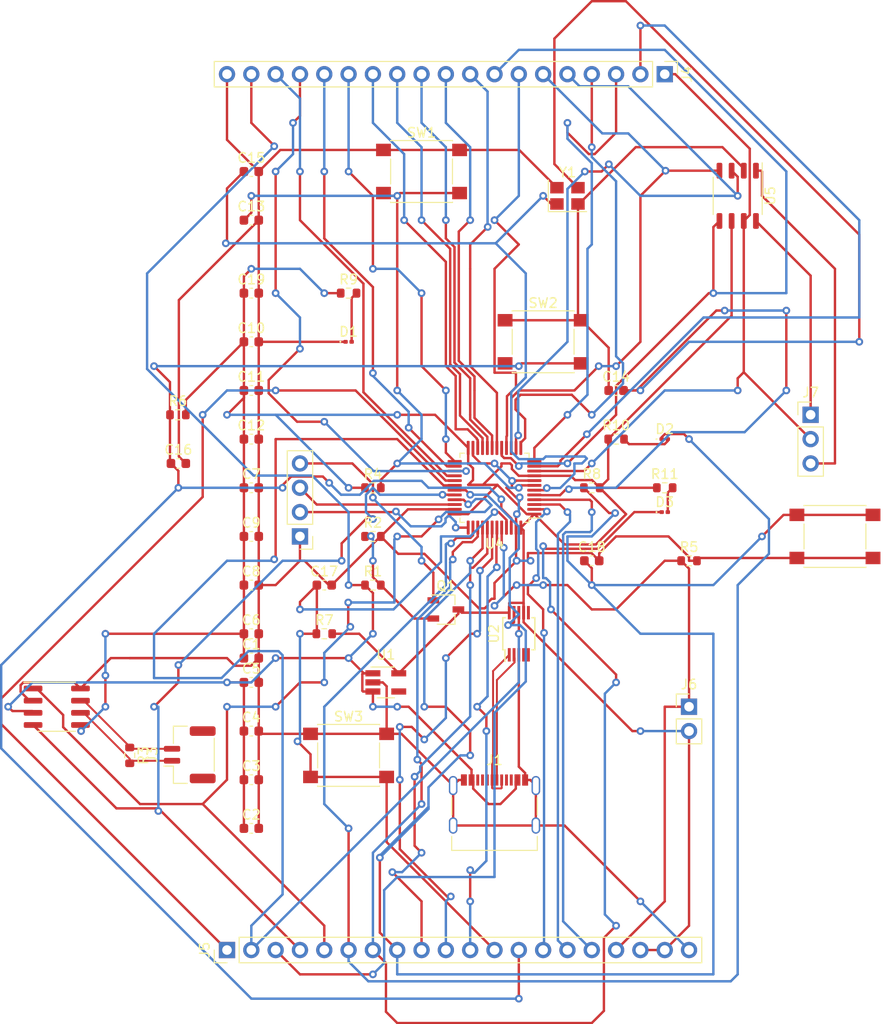
<source format=kicad_pcb>
(kicad_pcb (version 20211014) (generator pcbnew)
  (layers (0 "F.Cu" signal) (31 "B.Cu" signal) (34 "B.Paste" user) (35 "F.Paste" user) (36 "B.SilkS" user "B.Silkscreen") (37 "F.SilkS" user "F.Silkscreen") (38 "B.Mask" user) (39 "F.Mask" user) (44 "Edge.Cuts" user))
  (net 0 "")
  (net 1 "+3V3")
  (net 2 "GND")
  (net 3 "VBUS")
  (net 4 "/STM32_MinimumSystem/NRST")
  (net 5 "/STM32_MinimumSystem/OSC_IN")
  (net 6 "/STM32_MinimumSystem/OSC_OUT")
  (net 7 "/STM32_MinimumSystem/PB9")
  (net 8 "/STM32_MinimumSystem/PB8")
  (net 9 "/STM32_MinimumSystem/PB4")
  (net 10 "Net-(D1-Pad2)")
  (net 11 "/STM32_MinimumSystem/PA15")
  (net 12 "Net-(D2-Pad2)")
  (net 13 "/STM32_MinimumSystem/PB3")
  (net 14 "Net-(D3-Pad2)")
  (net 16 "/Port&Power/D+")
  (net 17 "/Port&Power/D-")
  (net 21 "/STM32_MinimumSystem/PA14")
  (net 22 "/STM32_MinimumSystem/PA13")
  (net 23 "/Port&Power/3V3_Debug")
  (net 24 "/Port&Power/CAN-")
  (net 25 "/Port&Power/CAN+")
  (net 26 "/STM32_MinimumSystem/PA0")
  (net 27 "/STM32_MinimumSystem/PA1")
  (net 28 "/STM32_MinimumSystem/PA2")
  (net 29 "/STM32_MinimumSystem/PA3")
  (net 30 "/STM32_MinimumSystem/PA4")
  (net 31 "/STM32_MinimumSystem/PA5")
  (net 32 "/STM32_MinimumSystem/PA6")
  (net 33 "/STM32_MinimumSystem/PA7")
  (net 34 "/STM32_MinimumSystem/PB0")
  (net 35 "/STM32_MinimumSystem/PB1")
  (net 36 "/STM32_MinimumSystem/PB2")
  (net 37 "/STM32_MinimumSystem/PB10")
  (net 38 "/STM32_MinimumSystem/PB11")
  (net 39 "/STM32_MinimumSystem/PB12")
  (net 40 "/STM32_MinimumSystem/PB13")
  (net 41 "/STM32_MinimumSystem/PB14")
  (net 42 "/STM32_MinimumSystem/PB15")
  (net 43 "/STM32_MinimumSystem/PA8")
  (net 44 "/STM32_MinimumSystem/PA9")
  (net 45 "/STM32_MinimumSystem/BOOTO")
  (net 46 "Net-(J7-Pad1)")
  (net 47 "Net-(J7-Pad3)")
  (net 48 "Net-(Q1-Pad2)")
  (net 53 "/STM32_MinimumSystem/PA10")
  (net 54 "/STM32_MinimumSystem/PA12")
  (net 55 "/STM32_MinimumSystem/PA11")
  (net 56 "/STM32_MinimumSystem/PC13")
  (net 57 "/STM32_MinimumSystem/PC14")
  (net 58 "/STM32_MinimumSystem/PC15")
  (net 59 "/STM32_MinimumSystem/PB5")
  (net 60 "/STM32_MinimumSystem/PB6")
  (net 61 "/STM32_MinimumSystem/PB7")
  (footprint "Capacitor_SMD:C_0603_1608Metric" (layer "F.Cu") (at 142.24 86.36)
    (fp_text reference "C7")
    (fp_text value "100n")
  )
  (footprint "Resistor_SMD:R_0603_1608Metric" (layer "F.Cu") (at 134.57 78.74)
    (fp_text reference "R6")
    (fp_text value "1k")
  )
  (footprint "Capacitor_SMD:C_0603_1608Metric" (layer "F.Cu") (at 142.24 106.68)
    (fp_text reference "C5")
    (fp_text value "100n")
  )
  (footprint "Capacitor_SMD:C_0603_1608Metric" (layer "F.Cu") (at 142.24 121.92)
    (fp_text reference "C2")
    (fp_text value "100n")
  )
  (footprint "Capacitor_SMD:C_0603_1608Metric" (layer "F.Cu") (at 149.86 96.52)
    (fp_text reference "C17")
    (fp_text value "100n")
  )
  (footprint "Button_Switch_SMD:SW_Push_1P1T_NO_6x6mm_H9.5mm" (layer "F.Cu") (at 172.72 71.12)
    (fp_text reference "SW2")
    (fp_text value "SW_Push")
  )
  (footprint "Connector_PinHeader_2.54mm:PinHeader_1x03_P2.54mm_Vertical" (layer "F.Cu") (at 200.66 78.74)
    (fp_text reference "J7")
    (fp_text value "Conn_01x03")
  )
  (footprint "Resistor_SMD:R_0603_1608Metric" (layer "F.Cu") (at 154.94 91.44)
    (fp_text reference "R2")
    (fp_text value "10k")
  )
  (footprint "Connector_PinHeader_2.54mm:PinHeader_1x02_P2.54mm_Vertical" (layer "F.Cu") (at 187.96 109.22)
    (fp_text reference "J6")
    (fp_text value "Conn_01x02")
  )
  (footprint "LED_SMD:LED_0201_0603Metric" (layer "F.Cu") (at 185.42 88.9)
    (fp_text reference "D3")
    (fp_text value "BLUE")
  )
  (footprint "Resistor_SMD:R_0603_1608Metric" (layer "F.Cu") (at 187.96 93.98)
    (fp_text reference "R5")
    (fp_text value "10k")
  )
  (footprint "Capacitor_SMD:C_0603_1608Metric" (layer "F.Cu") (at 177.8 93.98)
    (fp_text reference "C18")
    (fp_text value "100n")
  )
  (footprint "Button_Switch_SMD:SW_Push_1P1T_NO_6x6mm_H9.5mm" (layer "F.Cu") (at 160.02 53.34)
    (fp_text reference "SW1")
    (fp_text value "SW_Push")
  )
  (footprint "Resistor_SMD:R_0603_1608Metric" (layer "F.Cu") (at 152.4 66.04)
    (fp_text reference "R9")
    (fp_text value "1k")
  )
  (footprint "Capacitor_SMD:C_0603_1608Metric" (layer "F.Cu") (at 142.24 101.6)
    (fp_text reference "C6")
    (fp_text value "100n")
  )
  (footprint "Resistor_SMD:R_0603_1608Metric" (layer "F.Cu") (at 154.94 86.36)
    (fp_text reference "R4")
    (fp_text value "10k")
  )
  (footprint "Capacitor_SMD:C_0603_1608Metric" (layer "F.Cu") (at 142.24 71.12)
    (fp_text reference "C10")
    (fp_text value "100n")
  )
  (footprint "Resistor_SMD:R_0603_1608Metric" (layer "F.Cu") (at 180.34 81.28)
    (fp_text reference "R10")
    (fp_text value "1k")
  )
  (footprint "Capacitor_SMD:C_0603_1608Metric" (layer "F.Cu") (at 142.24 76.2)
    (fp_text reference "C11")
    (fp_text value "100n")
  )
  (footprint "Capacitor_SMD:C_0603_1608Metric" (layer "F.Cu") (at 142.24 116.84)
    (fp_text reference "C3")
    (fp_text value "10u")
  )
  (footprint "Package_SO:MSOP-10_3x3mm_P0.5mm" (layer "F.Cu") (at 170.18 101.6 90)
    (fp_text reference "U2")
    (fp_text value "CH340E")
  )
  (footprint "Resistor_SMD:R_0603_1608Metric" (layer "F.Cu") (at 154.94 96.52)
    (fp_text reference "R1")
    (fp_text value "1k")
  )
  (footprint "Crystal:Crystal_SMD_3225-4Pin_3.2x2.5mm" (layer "F.Cu") (at 175.26 55.88)
    (fp_text reference "Y1")
    (fp_text value "Crystal_GND24")
  )
  (footprint "Capacitor_SMD:C_0603_1608Metric" (layer "F.Cu") (at 142.24 53.345)
    (fp_text reference "C15")
    (fp_text value "18p")
  )
  (footprint "Capacitor_SMD:C_0603_1608Metric" (layer "F.Cu") (at 142.24 104.14)
    (fp_text reference "C1")
    (fp_text value "10u")
  )
  (footprint "Capacitor_SMD:C_0603_1608Metric" (layer "F.Cu") (at 142.24 111.76)
    (fp_text reference "C4")
    (fp_text value "100n")
  )
  (footprint "Connector_JST:JST_GH_SM02B-GHS-TB_1x02-1MP_P1.25mm_Horizontal" (layer "F.Cu") (at 135.81 114.235 90)
    (fp_text reference "J3")
    (fp_text value "Conn_01x02")
  )
  (footprint "Package_SO:SOIC-8_3.9x4.9mm_P1.27mm" (layer "F.Cu") (at 121.92 109.22)
    (fp_text reference "U3" hide)
    (fp_text value "TJA1051T-3")
  )
  (footprint "Connector_PinHeader_2.54mm:PinHeader_1x19_P2.54mm_Vertical" (layer "F.Cu") (at 185.42 43.18 -90)
    (fp_text reference "J4")
    (fp_text value "Conn_01x19")
  )
  (footprint "Capacitor_SMD:C_0603_1608Metric" (layer "F.Cu") (at 142.24 96.52)
    (fp_text reference "C8")
    (fp_text value "100n")
  )
  (footprint "Button_Switch_SMD:SW_Push_1P1T_NO_6x6mm_H9.5mm" (layer "F.Cu") (at 152.4 114.3)
    (fp_text reference "SW3")
    (fp_text value "SW_Push")
  )
  (footprint "Capacitor_SMD:C_0603_1608Metric" (layer "F.Cu") (at 142.24 81.28)
    (fp_text reference "C12")
    (fp_text value "100n")
  )
  (footprint "Resistor_SMD:R_0603_1608Metric" (layer "F.Cu") (at 177.8 86.36)
    (fp_text reference "R8")
    (fp_text value "1k")
  )
  (footprint "Capacitor_SMD:C_0603_1608Metric" (layer "F.Cu") (at 142.24 58.42)
    (fp_text reference "C13")
    (fp_text value "100n")
  )
  (footprint "Capacitor_SMD:C_0603_1608Metric" (layer "F.Cu") (at 142.24 66.04)
    (fp_text reference "C19")
    (fp_text value "100n")
  )
  (footprint "Package_QFP:LQFP-48_7x7mm_P0.5mm" (layer "F.Cu") (at 167.64 86.36 180)
    (fp_text reference "U4")
    (fp_text value "STM32F103C8Tx")
  )
  (footprint "Resistor_SMD:R_0603_1608Metric" (layer "F.Cu") (at 129.54 114.3 -90)
    (fp_text reference "R3")
    (fp_text value "120")
  )
  (footprint "LED_SMD:LED_0201_0603Metric" (layer "F.Cu") (at 185.42 81.28)
    (fp_text reference "D2")
    (fp_text value "GREEN")
  )
  (footprint "Package_TO_SOT_SMD:TSOT-23" (layer "F.Cu") (at 162.56 99.06)
    (fp_text reference "Q1")
    (fp_text value "Q_PMOS_DGS")
  )
  (footprint "Connector_PinHeader_2.54mm:PinHeader_1x04_P2.54mm_Vertical" (layer "F.Cu") (at 147.32 91.44 180)
    (fp_text reference "J2" hide)
    (fp_text value "Conn_01x04")
  )
  (footprint "Connector_USB:USB_C_Receptacle_Palconn_UTC16-G" (layer "F.Cu") (at 167.64 119.38)
    (fp_text reference "J1")
    (fp_text value "USB_C_Receptacle_USB2.0")
  )
  (footprint "Capacitor_SMD:C_0603_1608Metric" (layer "F.Cu") (at 134.62 83.82)
    (fp_text reference "C16")
    (fp_text value "100n")
  )
  (footprint "Capacitor_SMD:C_0603_1608Metric" (layer "F.Cu") (at 142.24 91.44)
    (fp_text reference "C9")
    (fp_text value "100n")
  )
  (footprint "Button_Switch_SMD:SW_Push_1P1T_NO_6x6mm_H9.5mm" (layer "F.Cu") (at 203.2 91.44 180)
    (fp_text reference "SW4" hide)
    (fp_text value "SW_Push")
  )
  (footprint "Package_TO_SOT_SMD:SOT-23-5_HandSoldering" (layer "F.Cu") (at 156.29 106.68)
    (fp_text reference "U1")
    (fp_text value "HX9193")
  )
  (footprint "Resistor_SMD:R_0603_1608Metric" (layer "F.Cu") (at 185.42 86.36)
    (fp_text reference "R11")
    (fp_text value "1k")
  )
  (footprint "Connector_PinHeader_2.54mm:PinHeader_1x20_P2.54mm_Vertical" (layer "F.Cu") (at 139.7 134.62 90)
    (fp_text reference "J5")
    (fp_text value "Conn_01x20")
  )
  (footprint "Capacitor_SMD:C_0603_1608Metric" (layer "F.Cu") (at 180.34 76.2)
    (fp_text reference "C14")
    (fp_text value "18p")
  )
  (footprint "Resistor_SMD:R_0603_1608Metric" (layer "F.Cu") (at 149.86 101.6)
    (fp_text reference "R7")
    (fp_text value "1k")
  )
  (footprint "Package_SO:SOP-8_3.9x4.9mm_P1.27mm" (layer "F.Cu") (at 193.04 55.88 -90)
    (fp_text reference "U5")
    (fp_text value "AD8400ARZ50")
  )
  (footprint "LED_SMD:LED_0201_0603Metric" (layer "F.Cu") (at 152.4 71.12)
    (fp_text reference "D1")
    (fp_text value "RED")
  )
  (segment (start 181.386104 89.121104) (end 178.227208 92.28) (width 0.25) (layer "F.Cu") (net 1))
  (segment (start 164.89 82.1975) (end 161.4325 78.74) (width 0.25) (layer "F.Cu") (net 1))
  (segment (start 178.625 86.36) (end 177.825 85.56) (width 0.25) (layer "F.Cu") (net 1))
  (segment (start 179.515 85.47) (end 179.515 81.28) (width 0.25) (layer "F.Cu") (net 1))
  (segment (start 168.365 83.82) (end 168.365 84.120305) (width 0.25) (layer "F.Cu") (net 1))
  (segment (start 169.18 99.4) (end 164.21 99.4) (width 0.25) (layer "F.Cu") (net 1))
  (segment (start 179.515 81.28) (end 192.405 68.39) (width 0.25) (layer "F.Cu") (net 1))
  (segment (start 169.18 98.4) (end 169.18 99.4) (width 0.25) (layer "F.Cu") (net 1))
  (segment (start 141.465 71.12) (end 141.465 76.2) (width 0.25) (layer "F.Cu") (net 1))
  (segment (start 176.06 85.56) (end 175.61 85.11) (width 0.25) (layer "F.Cu") (net 1))
  (segment (start 164.96938 83.891634) (end 165.394075 84.316329) (width 0.25) (layer "F.Cu") (net 1))
  (segment (start 164.89 82.1975) (end 164.89 83.891634) (width 0.25) (layer "F.Cu") (net 1))
  (segment (start 165.394075 84.316329) (end 165.394075 85.551267) (width 0.25) (layer "F.Cu") (net 1))
  (segment (start 161.4325 78.74) (end 157.48 78.74) (width 0.25) (layer "F.Cu") (net 1))
  (segment (start 153.51 101.6) (end 150.685 101.6) (width 0.25) (layer "F.Cu") (net 1))
  (segment (start 165.394075 85.551267) (end 164.89 86.055342) (width 0.25) (layer "F.Cu") (net 1))
  (segment (start 169.455 84.394805) (end 169.455 84.005896) (width 0.25) (layer "F.Cu") (net 1))
  (segment (start 164.21 99.4) (end 163.87 99.06) (width 0.25) (layer "F.Cu") (net 1))
  (segment (start 170.68 100.4) (end 182.04 111.76) (width 0.25) (layer "F.Cu") (net 1))
  (segment (start 167.944658 86.055342) (end 170.999315 89.11) (width 0.25) (layer "F.Cu") (net 1))
  (segment (start 127 105.9555) (end 127 109.22) (width 0.25) (layer "F.Cu") (net 1))
  (segment (start 168.365 84.120305) (end 166.429963 86.055342) (width 0.25) (layer "F.Cu") (net 1))
  (segment (start 170.39 90.5225) (end 171.8025 89.11) (width 0.25) (layer "F.Cu") (net 1))
  (segment (start 141.465 66.04) (end 141.465 64.275) (width 0.25) (layer "F.Cu") (net 1))
  (segment (start 178.625 86.36) (end 179.515 85.47) (width 0.25) (layer "F.Cu") (net 1))
  (segment (start 178.227208 92.28) (end 174.9725 92.28) (width 0.25) (layer "F.Cu") (net 1))
  (segment (start 141.465 76.975) (end 141.465 76.2) (width 0.25) (layer "F.Cu") (net 1))
  (segment (start 170.68 90.8125) (end 170.68 99.4) (width 0.25) (layer "F.Cu") (net 1))
  (segment (start 164.89 89.11) (end 167.944658 86.055342) (width 0.25) (layer "F.Cu") (net 1))
  (segment (start 141.465 76.2) (end 141.465 104.14) (width 0.25) (layer "F.Cu") (net 1))
  (segment (start 178.625 86.36) (end 181.386104 89.121104) (width 0.25) (layer "F.Cu") (net 1))
  (segment (start 170.170195 85.11) (end 169.455 84.394805) (width 0.25) (layer "F.Cu") (net 1))
  (segment (start 157.64 105.73) (end 153.51 101.6) (width 0.25) (layer "F.Cu") (net 1))
  (segment (start 166.429963 86.055342) (end 165.1 86.055342) (width 0.25) (layer "F.Cu") (net 1))
  (segment (start 124.46 111.76) (end 124.46 111.19) (width 0.25) (layer "F.Cu") (net 1))
  (segment (start 124.46 111.19) (end 124.395 111.125) (width 0.25) (layer "F.Cu") (net 1))
  (segment (start 171.8025 85.11) (end 170.170195 85.11) (width 0.25) (layer "F.Cu") (net 1))
  (segment (start 164.89 83.891634) (end 164.96938 83.891634) (width 0.25) (layer "F.Cu") (net 1))
  (segment (start 141.465 101.6) (end 127 101.6) (width 0.25) (layer "F.Cu") (net 1))
  (segment (start 178.625 86.36) (end 184.595 86.36) (width 0.25) (layer "F.Cu") (net 1))
  (segment (start 149.86 66.04) (end 151.575 66.04) (width 0.25) (layer "F.Cu") (net 1))
  (segment (start 141.465 66.04) (end 141.465 71.12) (width 0.25) (layer "F.Cu") (net 1))
  (segment (start 175.61 85.11) (end 171.8025 85.11) (width 0.25) (layer "F.Cu") (net 1))
  (segment (start 170.39 90.5225) (end 170.68 90.8125) (width 0.25) (layer "F.Cu") (net 1))
  (segment (start 135.395 77.19) (end 141.465 71.12) (width 0.25) (layer "F.Cu") (net 1))
  (segment (start 163.87 99.06) (end 163.87 99.5) (width 0.25) (layer "F.Cu") (net 1))
  (segment (start 169.269104 83.82) (end 168.365 83.82) (width 0.25) (layer "F.Cu") (net 1))
  (segment (start 141.465 64.275) (end 142.24 63.5) (width 0.25) (layer "F.Cu") (net 1))
  (segment (start 154.115 86.36) (end 152.4 86.36) (width 0.25) (layer "F.Cu") (net 1))
  (segment (start 182.88 134.62) (end 185.42 134.62) (width 0.25) (layer "F.Cu") (net 1))
  (segment (start 170.68 99.4) (end 170.68 98.4) (width 0.25) (layer "F.Cu") (net 1))
  (segment (start 170.999315 89.11) (end 171.8025 89.11) (width 0.25) (layer "F.Cu") (net 1))
  (segment (start 174.9725 92.28) (end 171.8025 89.11) (width 0.25) (layer "F.Cu") (net 1))
  (segment (start 135.395 78.74) (end 135.395 77.19) (width 0.25) (layer "F.Cu") (net 1))
  (segment (start 170.68 99.4) (end 170.68 100.4) (width 0.25) (layer "F.Cu") (net 1))
  (segment (start 163.4775 89.11) (end 164.89 89.11) (width 0.25) (layer "F.Cu") (net 1))
  (segment (start 139.7 78.74) (end 141.465 76.975) (width 0.25) (layer "F.Cu") (net 1))
  (segment (start 187.96 111.76) (end 187.96 132.08) (width 0.25) (layer "F.Cu") (net 1))
  (segment (start 164.89 86.055342) (end 167.944658 86.055342) (width 0.25) (layer "F.Cu") (net 1))
  (segment (start 192.405 68.39) (end 192.405 58.505) (width 0.25) (layer "F.Cu") (net 1))
  (segment (start 169.455 84.005896) (end 169.269104 83.82) (width 0.25) (layer "F.Cu") (net 1))
  (segment (start 170.655 98.375) (end 169.205 98.375) (width 0.25) (layer "F.Cu") (net 1))
  (segment (start 170.68 98.4) (end 170.655 98.375) (width 0.25) (layer "F.Cu") (net 1))
  (segment (start 169.205 98.375) (end 169.18 98.4) (width 0.25) (layer "F.Cu") (net 1))
  (segment (start 177.825 85.56) (end 176.06 85.56) (width 0.25) (layer "F.Cu") (net 1))
  (segment (start 187.96 132.08) (end 185.42 134.62) (width 0.25) (layer "F.Cu") (net 1))
  (segment (start 182.04 111.76) (end 182.88 111.76) (width 0.25) (layer "F.Cu") (net 1))
  (segment (start 163.87 99.5) (end 157.64 105.73) (width 0.25) (layer "F.Cu") (net 1))
  (via (at 139.7 78.74) (size 0.8) (drill 0.4) (layers "F.Cu" "B.Cu") (net 1))
  (via (at 157.48 78.74) (size 0.8) (drill 0.4) (layers "F.Cu" "B.Cu") (net 1))
  (via (at 127 101.6) (size 0.8) (drill 0.4) (layers "F.Cu" "B.Cu") (net 1))
  (via (at 182.88 111.76) (size 0.8) (drill 0.4) (layers "F.Cu" "B.Cu") (net 1))
  (via (at 124.46 111.76) (size 0.8) (drill 0.4) (layers "F.Cu" "B.Cu") (net 1))
  (via (at 152.4 86.36) (size 0.8) (drill 0.4) (layers "F.Cu" "B.Cu") (net 1))
  (via (at 142.24 63.5) (size 0.8) (drill 0.4) (layers "F.Cu" "B.Cu") (net 1))
  (via (at 127 109.22) (size 0.8) (drill 0.4) (layers "F.Cu" "B.Cu") (net 1))
  (via (at 149.86 66.04) (size 0.8) (drill 0.4) (layers "F.Cu" "B.Cu") (net 1))
  (via (at 127 105.9555) (size 0.8) (drill 0.4) (layers "F.Cu" "B.Cu") (net 1))
  (segment (start 127 109.22) (end 124.46 111.76) (width 0.25) (layer "B.Cu") (net 1))
  (segment (start 142.24 63.5) (end 147.32 63.5) (width 0.25) (layer "B.Cu") (net 1))
  (segment (start 147.32 63.5) (end 149.86 66.04) (width 0.25) (layer "B.Cu") (net 1))
  (segment (start 127 101.6) (end 127 105.9555) (width 0.25) (layer "B.Cu") (net 1))
  (segment (start 157.48 78.74) (end 144.78 78.74) (width 0.25) (layer "B.Cu") (net 1))
  (segment (start 144.78 78.74) (end 139.7 78.74) (width 0.25) (layer "B.Cu") (net 1))
  (segment (start 182.88 111.76) (end 187.96 111.76) (width 0.25) (layer "B.Cu") (net 1))
  (segment (start 152.4 86.36) (end 144.78 78.74) (width 0.25) (layer "B.Cu") (net 1))
  (segment (start 139.7 50.03) (end 143.015 53.345) (width 0.25) (layer "F.Cu") (net 2))
  (segment (start 168.885712 86.36) (end 169.455 86.36) (width 0.25) (layer "F.Cu") (net 2))
  (segment (start 166.614695 98.95) (end 166.015305 98.95) (width 0.25) (layer "F.Cu") (net 2))
  (segment (start 140.5 104.94) (end 142.215 104.94) (width 0.25) (layer "F.Cu") (net 2))
  (segment (start 182.39 50.8) (end 191.446751 50.8) (width 0.25) (layer "F.Cu") (net 2))
  (segment (start 188.785 93.98) (end 189.075 93.69) (width 0.25) (layer "F.Cu") (net 2))
  (segment (start 170.84 116.87) (end 171.38 116.87) (width 0.25) (layer "F.Cu") (net 2))
  (segment (start 176.36 56.73) (end 176.36 68.535) (width 0.25) (layer "F.Cu") (net 2))
  (segment (start 142.215 104.94) (end 143.015 104.14) (width 0.25) (layer "F.Cu") (net 2))
  (segment (start 157.58 93.255) (end 155.765 91.44) (width 0.25) (layer "F.Cu") (net 2))
  (segment (start 176.36 56.73) (end 176.46 56.73) (width 0.25) (layer "F.Cu") (net 2))
  (segment (start 135.395 83.82) (end 134.67 83.095) (width 0.25) (layer "F.Cu") (net 2))
  (segment (start 139.7 104.14) (end 140.5 104.94) (width 0.25) (layer "F.Cu") (net 2))
  (segment (start 143.015 71.12) (end 143.015 66.04) (width 0.25) (layer "F.Cu") (net 2))
  (segment (start 163.995 51.09) (end 170.22 51.09) (width 0.25) (layer "F.Cu") (net 2))
  (segment (start 155.765 91.44) (end 158.595 88.61) (width 0.25) (layer "F.Cu") (net 2))
  (segment (start 179.565 71.74) (end 179.565 76.2) (width 0.25) (layer "F.Cu") (net 2))
  (segment (start 163.9 116.87) (end 163.32 117.45) (width 0.25) (layer "F.Cu") (net 2))
  (segment (start 171.38 116.87) (end 171.96 117.45) (width 0.25) (layer "F.Cu") (net 2))
  (segment (start 157.92 112.05) (end 163.32 117.45) (width 0.25) (layer "F.Cu") (net 2))
  (segment (start 166.915 98.649695) (end 166.614695 98.95) (width 0.25) (layer "F.Cu") (net 2))
  (segment (start 170.84 116.14) (end 170.84 116.87) (width 0.25) (layer "F.Cu") (net 2))
  (segment (start 118.433249 106.68) (end 123.76 106.68) (width 0.25) (layer "F.Cu") (net 2))
  (segment (start 163.32 121.62) (end 163.32 117.45) (width 0.25) (layer "F.Cu") (net 2))
  (segment (start 188.785 93.98) (end 187.96 93.98) (width 0.25) (layer "F.Cu") (net 2))
  (segment (start 178.575 93.205) (end 180.34 91.44) (width 0.25) (layer "F.Cu") (net 2))
  (segment (start 167.339695 97.9505) (end 166.915 98.375195) (width 0.25) (layer "F.Cu") (net 2))
  (segment (start 165.39 82.1975) (end 165.39 83.000685) (width 0.25) (layer "F.Cu") (net 2))
  (segment (start 167.64 96.2955) (end 167.64 97.9505) (width 0.25) (layer "F.Cu") (net 2))
  (segment (start 169.89 89.19) (end 169.972358 89.107642) (width 0.25) (layer "F.Cu") (net 2))
  (segment (start 166.915 98.375195) (end 166.915 98.649695) (width 0.25) (layer "F.Cu") (net 2))
  (segment (start 187.96 93.587538) (end 185.812462 91.44) (width 0.25) (layer "F.Cu") (net 2))
  (segment (start 143.015 71.12) (end 143.015 106.68) (width 0.25) (layer "F.Cu") (net 2))
  (segment (start 165.39 83.000685) (end 166.209315 83.82) (width 0.25) (layer "F.Cu") (net 2))
  (segment (start 150.337817 96.52) (end 150.635 96.52) (width 0.25) (layer "F.Cu") (net 2))
  (segment (start 169.904695 85.61) (end 171.8025 85.61) (width 0.25) (layer "F.Cu") (net 2))
  (segment (start 143.015 111.76) (end 143.305 112.05) (width 0.25) (layer "F.Cu") (net 2))
  (segment (start 170.269408 87.355494) (end 170.269408 87.743697) (width 0.25) (layer "F.Cu") (net 2))
  (segment (start 158.595 88.61) (end 163.4775 88.61) (width 0.25) (layer "F.Cu") (net 2))
  (segment (start 171.13 93.98) (end 171.4045 93.98) (width 0.25) (layer "F.Cu") (net 2))
  (segment (start 155.97 106.68) (end 154.94 106.68) (width 0.25) (layer "F.Cu") (net 2))
  (segment (start 177.775 93.18) (end 171.13 93.18) (width 0.25) (layer "F.Cu") (net 2))
  (segment (start 123.76 106.68) (end 124.395 107.315) (width 0.25) (layer "F.Cu") (net 2))
  (segment (start 170.18 115.48) (end 170.84 116.14) (width 0.25) (layer "F.Cu") (net 2))
  (segment (start 145.27 51.09) (end 156.045 51.09) (width 0.25) (layer "F.Cu") (net 2))
  (segment (start 156.375 112.05) (end 156.375 107.085) (width 0.25) (layer "F.Cu") (net 2))
  (segment (start 147.797817 93.98) (end 150.337817 96.52) (width 0.25) (layer "F.Cu") (net 2))
  (segment (start 169.9555 93.98) (end 169.89 93.9145) (width 0.25) (layer "F.Cu") (net 2))
  (segment (start 118.145 107.661751) (end 118.145 106.968249) (width 0.25) (layer "F.Cu") (net 2))
  (segment (start 207.175 93.69) (end 199.225 93.69) (width 0.25) (layer "F.Cu") (net 2))
  (segment (start 187.96 93.98) (end 187.96 93.587538) (width 0.25) (layer "F.Cu") (net 2))
  (segment (start 193.675 53.028249) (end 193.675 53.255) (width 0.25) (layer "F.Cu") (net 2))
  (segment (start 170.18 103.8) (end 170.18 115.48) (width 0.25) (layer "F.Cu") (net 2))
  (segment (start 174.96 121.62) (end 182.88 129.54) (width 0.25) (layer "F.Cu") (net 2))
  (segment (start 176.695 68.87) (end 168.745 68.87) (width 0.25) (layer "F.Cu") (net 2))
  (segment (start 156.375 112.05) (end 157.92 112.05) (width 0.25) (layer "F.Cu") (net 2))
  (segment (start 169.455 86.36) (end 169.455 86.059695) (width 0.25) (layer "F.Cu") (net 2))
  (segment (start 176.46 56.73) (end 182.39 50.8) (width 0.25) (layer "F.Cu") (net 2))
  (segment (start 156.375 107.085) (end 155.97 106.68) (width 0.25) (layer "F.Cu") (net 2))
  (segment (start 180.34 91.44) (end 185.812462 91.44) (width 0.25) (layer "F.Cu") (net 2))
  (segment (start 169.89 93.9145) (end 169.89 90.5225) (width 0.25) (layer "F.Cu") (net 2))
  (segment (start 143.015 96.52) (end 144.78 96.52) (width 0.25) (layer "F.Cu") (net 2))
  (segment (start 176.695 68.87) (end 179.565 71.74) (width 0.25) (layer "F.Cu") (net 2))
  (segment (start 147.32 91.44) (end 147.32 93.98) (width 0.25) (layer "F.Cu") (net 2))
  (segment (start 118.145 106.968249) (end 118.433249 106.68) (width 0.25) (layer "F.Cu") (net 2))
  (segment (start 163.32 121.62) (end 171.96 121.62) (width 0.25) (layer "F.Cu") (net 2))
  (segment (start 176.36 68.535) (end 176.695 68.87) (width 0.25) (layer "F.Cu") (net 2))
  (segment (start 143.015 66.04) (end 143.015 58.42) (width 0.25) (layer "F.Cu") (net 2))
  (segment (start 167.64 97.9505) (end 167.339695 97.9505) (width 0.25) (layer "F.Cu") (net 2))
  (segment (start 143.015 106.68) (end 143.015 121.92) (width 0.25) (layer "F.Cu") (net 2))
  (segment (start 134.67 83.095) (end 134.67 66.765) (width 0.25) (layer "F.Cu") (net 2))
  (segment (start 169.455 86.059695) (end 169.904695 85.61) (width 0.25) (layer "F.Cu") (net 2))
  (segment (start 129.54 104.14) (end 132.08 104.14) (width 0.25) (layer "F.Cu") (net 2))
  (segment (start 119.068249 108.585) (end 118.145 107.661751) (width 0.25) (layer "F.Cu") (net 2))
  (segment (start 171.13 93.18) (end 171.13 93.98) (width 0.25) (layer "F.Cu") (net 2))
  (segment (start 155.715 91.44) (end 155.765 91.44) (width 0.25) (layer "F.Cu") (net 2))
  (segment (start 156.045 51.09) (end 163.995 51.09) (width 0.25) (layer "F.Cu") (net 2))
  (segment (start 127.57 104.14) (end 129.54 104.14) (width 0.25) (layer "F.Cu") (net 2))
  (segment (start 166.015305 98.95) (end 160.320305 93.255) (width 0.25) (layer "F.Cu") (net 2))
  (segment (start 160.320305 93.255) (end 157.58 93.255) (width 0.25) (layer "F.Cu") (net 2))
  (segment (start 169.89 90.5225) (end 169.89 89.19) (width 0.25) (layer "F.Cu") (net 2))
  (segment (start 144.78 96.52) (end 147.32 93.98) (width 0.25) (layer "F.Cu") (net 2))
  (segment (start 143.015 71.12) (end 152.165 71.12) (width 0.25) (layer "F.Cu") (net 2))
  (segment (start 147.32 93.98) (end 147.797817 93.98) (width 0.25) (layer "F.Cu") (net 2))
  (segment (start 178.575 93.205) (end 178.575 93.98) (width 0.25) (layer "F.Cu") (net 2))
  (segment (start 143.305 112.05) (end 148.425 112.05) (width 0.25) (layer "F.Cu") (net 2))
  (segment (start 191.446751 50.8) (end 193.675 53.028249) (width 0.25) (layer "F.Cu") (net 2))
  (segment (start 169.9555 93.98) (end 167.64 96.2955) (width 0.25) (layer "F.Cu") (net 2))
  (segment (start 129.54 104.14) (end 139.7 104.14) (width 0.25) (layer "F.Cu") (net 2))
  (segment (start 164.44 116.87) (end 163.9 116.87) (width 0.25) (layer "F.Cu") (net 2))
  (segment (start 134.67 66.765) (end 143.015 58.42) (width 0.25) (layer "F.Cu") (net 2))
  (segment (start 170.269408 87.743697) (end 168.885712 86.36) (width 0.25) (layer "F.Cu") (net 2))
  (segment (start 150.635 96.52) (end 155.715 91.44) (width 0.25) (layer "F.Cu") (net 2))
  (segment (start 124.395 107.315) (end 127.57 104.14) (width 0.25) (layer "F.Cu") (net 2))
  (segment (start 171.96 121.62) (end 174.96 121.62) (width 0.25) (layer "F.Cu") (net 2))
  (segment (start 170.22 51.09) (end 174.16 55.03) (width 0.25) (layer "F.Cu") (net 2))
  (segment (start 143.015 53.345) (end 143.015 58.42) (width 0.25) (layer "F.Cu") (net 2))
  (segment (start 119.445 108.585) (end 119.068249 108.585) (width 0.25) (layer "F.Cu") (net 2))
  (segment (start 139.7 43.18) (end 139.7 50.03) (width 0.25) (layer "F.Cu") (net 2))
  (segment (start 189.075 93.69) (end 199.225 93.69) (width 0.25) (layer "F.Cu") (net 2))
  (segment (start 178.575 93.98) (end 177.775 93.18) (width 0.25) (layer "F.Cu") (net 2))
  (segment (start 143.015 53.345) (end 145.27 51.09) (width 0.25) (layer "F.Cu") (net 2))
  (segment (start 148.425 112.05) (end 156.375 112.05) (width 0.25) (layer "F.Cu") (net 2))
  (segment (start 166.209315 83.82) (end 167.64 83.82) (width 0.25) (layer "F.Cu") (net 2))
  (segment (start 171.96 121.62) (end 171.96 117.45) (width 0.25) (layer "F.Cu") (net 2))
  (via (at 169.9555 93.98) (size 0.8) (drill 0.4) (layers "F.Cu" "B.Cu") (net 2))
  (via (at 171.4045 93.98) (size 0.8) (drill 0.4) (layers "F.Cu" "B.Cu") (net 2))
  (via (at 169.9555 93.98) (size 0.8) (drill 0.4) (layers "F.Cu" "B.Cu") (net 2))
  (via (at 182.88 129.54) (size 0.8) (drill 0.4) (layers "F.Cu" "B.Cu") (net 2))
  (via (at 167.64 83.82) (size 0.8) (drill 0.4) (layers "F.Cu" "B.Cu") (net 2))
  (via (at 169.972358 89.107642) (size 0.8) (drill 0.4) (layers "F.Cu" "B.Cu") (net 2))
  (via (at 169.473245 85.6355) (size 0.8) (drill 0.4) (layers "F.Cu" "B.Cu") (net 2))
  (via (at 170.269408 87.355494) (size 0.8) (drill 0.4) (layers "F.Cu" "B.Cu") (net 2))
  (segment (start 182.88 129.54) (end 187.96 134.62) (width 0.25) (layer "B.Cu") (net 2))
  (segment (start 169.667348 85.847348) (end 169.667348 85.829603) (width 0.25) (layer "B.Cu") (net 2))
  (segment (start 170.18 87.266086) (end 170.269408 87.355494) (width 0.25) (layer "B.Cu") (net 2))
  (segment (start 170.18 93.98) (end 169.9555 93.98) (width 0.25) (layer "B.Cu") (net 2))
  (segment (start 169.972358 89.107642) (end 170.18 88.9) (width 0.25) (layer "B.Cu") (net 2))
  (segment (start 167.64 83.82) (end 169.667348 85.847348) (width 0.25) (layer "B.Cu") (net 2))
  (segment (start 169.667348 85.829603) (end 169.473245 85.6355) (width 0.25) (layer "B.Cu") (net 2))
  (segment (start 171.4045 93.98) (end 170.18 93.98) (width 0.25) (layer "B.Cu") (net 2))
  (segment (start 170.18 88.9) (end 170.18 87.266086) (width 0.25) (layer "B.Cu") (net 2))
  (segment (start 152.4 96.52) (end 154.115 96.52) (width 0.25) (layer "F.Cu") (net 3))
  (segment (start 165.24 115.79) (end 165.24 116.87) (width 0.25) (layer "F.Cu") (net 3))
  (segment (start 153.91 107.63) (end 154.94 107.63) (width 0.25) (layer "F.Cu") (net 3))
  (segment (start 152.4 104.14) (end 144.78 104.14) (width 0.25) (layer "F.Cu") (net 3))
  (segment (start 157.48 109.22) (end 158.67 109.22) (width 0.25) (layer "F.Cu") (net 3))
  (segment (start 165.24 116.87) (end 165.415 117.045) (width 0.25) (layer "F.Cu") (net 3))
  (segment (start 152.4 104.14) (end 153.99 105.73) (width 0.25) (layer "F.Cu") (net 3))
  (segment (start 154.94 107.63) (end 154.94 109.22) (width 0.25) (layer "F.Cu") (net 3))
  (segment (start 141.465 106.68) (end 141.465 116.84) (width 0.25) (layer "F.Cu") (net 3))
  (segment (start 139.7 106.68) (end 141.465 106.68) (width 0.25) (layer "F.Cu") (net 3))
  (segment (start 167.02 119.38) (end 168.26 119.38) (width 0.25) (layer "F.Cu") (net 3))
  (segment (start 153.835 107.555) (end 153.91 107.63) (width 0.25) (layer "F.Cu") (net 3))
  (segment (start 169.865 117.775) (end 169.865 117.045) (width 0.25) (layer "F.Cu") (net 3))
  (segment (start 168.26 119.38) (end 169.865 117.775) (width 0.25) (layer "F.Cu") (net 3))
  (segment (start 158.67 109.22) (end 165.24 115.79) (width 0.25) (layer "F.Cu") (net 3))
  (segment (start 165.415 117.775) (end 167.02 119.38) (width 0.25) (layer "F.Cu") (net 3))
  (segment (start 142.24 48.26) (end 144.684943 50.704943) (width 0.25) (layer "F.Cu") (net 3))
  (segment (start 141.465 116.84) (end 141.465 121.92) (width 0.25) (layer "F.Cu") (net 3))
  (segment (start 153.99 105.73) (end 154.94 105.73) (width 0.25) (layer "F.Cu") (net 3))
  (segment (start 153.835 105.805) (end 153.835 107.555) (width 0.25) (layer "F.Cu") (net 3))
  (segment (start 117.29 109.67) (end 119.38 109.67) (width 0.25) (layer "F.Cu") (net 3))
  (segment (start 154.115 96.52) (end 154.94 97.345) (width 0.25) (layer "F.Cu") (net 3))
  (segment (start 169.865 117.045) (end 170.04 116.87) (width 0.25) (layer "F.Cu") (net 3))
  (segment (start 165.415 117.045) (end 165.415 117.775) (width 0.25) (layer "F.Cu") (net 3))
  (segment (start 144.684943 50.704943) (end 144.630458 50.704943) (width 0.25) (layer "F.Cu") (net 3))
  (segment (start 116.84 109.22) (end 117.29 109.67) (width 0.25) (layer "F.Cu") (net 3))
  (segment (start 142.24 43.18) (end 142.24 48.26) (width 0.25) (layer "F.Cu") (net 3))
  (segment (start 153.91 105.73) (end 153.835 105.805) (width 0.25) (layer "F.Cu") (net 3))
  (segment (start 154.94 105.73) (end 153.91 105.73) (width 0.25) (layer "F.Cu") (net 3))
  (segment (start 154.94 97.345) (end 154.94 101.6) (width 0.25) (layer "F.Cu") (net 3))
  (via (at 152.4 96.52) (size 0.8) (drill 0.4) (layers "F.Cu" "B.Cu") (net 3))
  (via (at 157.48 109.22) (size 0.8) (drill 0.4) (layers "F.Cu" "B.Cu") (net 3))
  (via (at 144.78 104.14) (size 0.8) (drill 0.4) (layers "F.Cu" "B.Cu") (net 3))
  (via (at 154.94 109.22) (size 0.8) (drill 0.4) (layers "F.Cu" "B.Cu") (net 3))
  (via (at 152.4 104.14) (size 0.8) (drill 0.4) (layers "F.Cu" "B.Cu") (net 3))
  (via (at 139.7 106.68) (size 0.8) (drill 0.4) (layers "F.Cu" "B.Cu") (net 3))
  (via (at 154.94 101.6) (size 0.8) (drill 0.4) (layers "F.Cu" "B.Cu") (net 3))
  (via (at 144.630458 50.704943) (size 0.8) (drill 0.4) (layers "F.Cu" "B.Cu") (net 3))
  (via (at 116.84 109.22) (size 0.8) (drill 0.4) (layers "F.Cu" "B.Cu") (net 3))
  (segment (start 131.355 63.980401) (end 131.355 73.960305) (width 0.25) (layer "B.Cu") (net 3))
  (segment (start 154.94 101.6) (end 152.4 104.14) (width 0.25) (layer "B.Cu") (net 3))
  (segment (start 154.94 109.22) (end 157.48 109.22) (width 0.25) (layer "B.Cu") (net 3))
  (segment (start 142.480417 85.085722) (end 148.585722 85.085722) (width 0.25) (layer "B.Cu") (net 3))
  (segment (start 139.7 106.68) (end 119.38 106.68) (width 0.25) (layer "B.Cu") (net 3))
  (segment (start 148.585722 85.085722) (end 152.4 88.9) (width 0.25) (layer "B.Cu") (net 3))
  (segment (start 152.4 88.9) (end 152.4 96.52) (width 0.25) (layer "B.Cu") (net 3))
  (segment (start 144.630458 50.704943) (end 131.355 63.980401) (width 0.25) (layer "B.Cu") (net 3))
  (segment (start 142.24 106.68) (end 139.7 106.68) (width 0.25) (layer "B.Cu") (net 3))
  (segment (start 119.38 106.68) (end 116.84 109.22) (width 0.25) (layer "B.Cu") (net 3))
  (segment (start 131.355 73.960305) (end 142.480417 85.085722) (width 0.25) (layer "B.Cu") (net 3))
  (segment (start 144.78 104.14) (end 142.24 106.68) (width 0.25) (layer "B.Cu") (net 3))
  (segment (start 155.765 86.36) (end 155.765 85.535) (width 0.25) (layer "F.Cu") (net 4))
  (segment (start 142.24 57.645) (end 142.24 55.88) (width 0.25) (layer "F.Cu") (net 4))
  (segment (start 157.48 55.88) (end 156.335 55.88) (width 0.25) (layer "F.Cu") (net 4))
  (segment (start 170.43 86.11) (end 170.18 86.36) (width 0.25) (layer "F.Cu") (net 4))
  (segment (start 141.465 58.42) (end 142.24 57.645) (width 0.25) (layer "F.Cu") (net 4))
  (segment (start 157.77 55.59) (end 163.995 55.59) (width 0.25) (layer "F.Cu") (net 4))
  (segment (start 156.335 55.88) (end 156.045 55.59) (width 0.25) (layer "F.Cu") (net 4))
  (segment (start 157.48 55.88) (end 157.77 55.59) (width 0.25) (layer "F.Cu") (net 4))
  (segment (start 157.48 76.2) (end 157.48 55.88) (width 0.25) (layer "F.Cu") (net 4))
  (segment (start 171.8025 86.11) (end 170.43 86.11) (width 0.25) (layer "F.Cu") (net 4))
  (segment (start 155.765 85.535) (end 157.48 83.82) (width 0.25) (layer "F.Cu") (net 4))
  (via (at 157.48 83.82) (size 0.8) (drill 0.4) (layers "F.Cu" "B.Cu") (net 4))
  (via (at 157.48 76.2) (size 0.8) (drill 0.4) (layers "F.Cu" "B.Cu") (net 4))
  (via (at 170.18 86.36) (size 0.8) (drill 0.4) (layers "F.Cu" "B.Cu") (net 4))
  (via (at 157.48 55.88) (size 0.8) (drill 0.4) (layers "F.Cu" "B.Cu") (net 4))
  (via (at 142.24 55.88) (size 0.8) (drill 0.4) (layers "F.Cu" "B.Cu") (net 4))
  (segment (start 166.614695 83.82) (end 169.154695 86.36) (width 0.25) (layer "B.Cu") (net 4))
  (segment (start 157.48 83.82) (end 166.614695 83.82) (width 0.25) (layer "B.Cu") (net 4))
  (segment (start 157.48 83.82) (end 160.02 81.28) (width 0.25) (layer "B.Cu") (net 4))
  (segment (start 142.24 55.88) (end 157.48 55.88) (width 0.25) (layer "B.Cu") (net 4))
  (segment (start 160.02 81.28) (end 160.02 78.74) (width 0.25) (layer "B.Cu") (net 4))
  (segment (start 160.02 78.74) (end 157.48 76.2) (width 0.25) (layer "B.Cu") (net 4))
  (segment (start 169.154695 86.36) (end 170.18 86.36) (width 0.25) (layer "B.Cu") (net 4))
  (segment (start 198.12 67.8555) (end 198.12 76.2) (width 0.25) (layer "F.Cu") (net 5))
  (segment (start 182.466032 76.2) (end 190.810532 67.8555) (width 0.25) (layer "F.Cu") (net 5))
  (segment (start 173.895 39.465) (end 177.8 35.56) (width 0.25) (layer "F.Cu") (net 5))
  (segment (start 172.564169 87.135) (end 174.485 87.135) (width 0.25) (layer "F.Cu") (net 5))
  (segment (start 176.36 55.03) (end 173.895 52.565) (width 0.25) (layer "F.Cu") (net 5))
  (segment (start 181.365305 35.56) (end 205.74 59.934695) (width 0.25) (layer "F.Cu") (net 5))
  (segment (start 182.88 76.2) (end 181.115 76.2) (width 0.25) (layer "F.Cu") (net 5))
  (segment (start 205.74 59.934695) (end 205.74 71.12) (width 0.25) (layer "F.Cu") (net 5))
  (segment (start 181.115 76.2) (end 182.466032 76.2) (width 0.25) (layer "F.Cu") (net 5))
  (segment (start 177.8 35.56) (end 181.365305 35.56) (width 0.25) (layer "F.Cu") (net 5))
  (segment (start 174.485 87.135) (end 175.26 86.36) (width 0.25) (layer "F.Cu") (net 5))
  (segment (start 190.810532 67.8555) (end 191.6805 67.8555) (width 0.25) (layer "F.Cu") (net 5))
  (segment (start 173.895 52.565) (end 173.895 39.465) (width 0.25) (layer "F.Cu") (net 5))
  (via (at 182.88 76.2) (size 0.8) (drill 0.4) (layers "F.Cu" "B.Cu") (net 5))
  (via (at 175.409799 86.509799) (size 0.8) (drill 0.4) (layers "F.Cu" "B.Cu") (net 5))
  (via (at 191.6805 67.8555) (size 0.8) (drill 0.4) (layers "F.Cu" "B.Cu") (net 5))
  (via (at 198.12 76.2) (size 0.8) (drill 0.4) (layers "F.Cu" "B.Cu") (net 5))
  (via (at 198.12 67.8555) (size 0.8) (drill 0.4) (layers "F.Cu" "B.Cu") (net 5))
  (via (at 205.74 71.12) (size 0.8) (drill 0.4) (layers "F.Cu" "B.Cu") (net 5))
  (segment (start 180.34 86.36) (end 175.559598 86.36) (width 0.25) (layer "B.Cu") (net 5))
  (segment (start 186.145 80.555) (end 180.34 86.36) (width 0.25) (layer "B.Cu") (net 5))
  (segment (start 187.96 71.12) (end 182.88 76.2) (width 0.25) (layer "B.Cu") (net 5))
  (segment (start 175.559598 86.36) (end 175.409799 86.509799) (width 0.25) (layer "B.Cu") (net 5))
  (segment (start 205.74 71.12) (end 187.96 71.12) (width 0.25) (layer "B.Cu") (net 5))
  (segment (start 191.6805 67.8555) (end 198.12 67.8555) (width 0.25) (layer "B.Cu") (net 5))
  (segment (start 198.12 76.2) (end 193.765 80.555) (width 0.25) (layer "B.Cu") (net 5))
  (segment (start 193.765 80.555) (end 186.145 80.555) (width 0.25) (layer "B.Cu") (net 5))
  (segment (start 141.465 53.345) (end 139.7 55.11) (width 0.25) (layer "F.Cu") (net 6))
  (segment (start 139.7 55.11) (end 139.7 60.96) (width 0.25) (layer "F.Cu") (net 6))
  (segment (start 173.57 56.73) (end 174.16 56.73) (width 0.25) (layer "F.Cu") (net 6))
  (segment (start 173.108399 86.387459) (end 172.885858 86.61) (width 0.25) (layer "F.Cu") (net 6))
  (segment (start 172.885858 86.61) (end 171.8025 86.61) (width 0.25) (layer "F.Cu") (net 6))
  (segment (start 172.72 55.88) (end 173.57 56.73) (width 0.25) (layer "F.Cu") (net 6))
  (segment (start 139.7 60.96) (end 139.575201 60.835201) (width 0.25) (layer "F.Cu") (net 6))
  (via (at 173.108399 86.387459) (size 0.8) (drill 0.4) (layers "F.Cu" "B.Cu") (net 6))
  (via (at 172.72 55.88) (size 0.8) (drill 0.4) (layers "F.Cu" "B.Cu") (net 6))
  (via (at 139.575201 60.835201) (size 0.8) (drill 0.4) (layers "F.Cu" "B.Cu") (net 6))
  (segment (start 175.985 84.91) (end 175.985 83.82) (width 0.25) (layer "B.Cu") (net 6))
  (segment (start 175.985 83.82) (end 176.774696 83.82) (width 0.25) (layer "B.Cu") (net 6))
  (segment (start 177.287348 83.307348) (end 177.075 83.095) (width 0.25) (layer "B.Cu") (net 6))
  (segment (start 176.774696 83.82) (end 177.287348 83.307348) (width 0.25) (layer "B.Cu") (net 6))
  (segment (start 172.72 83.37) (end 170.18 83.37) (width 0.25) (layer "B.Cu") (net 6))
  (segment (start 167.764799 60.835201) (end 172.72 55.88) (width 0.25) (layer "B.Cu") (net 6))
  (segment (start 170.905 74.838604) (end 170.905 63.975402) (width 0.25) (layer "B.Cu") (net 6))
  (segment (start 169.3895 76.354104) (end 170.905 74.838604) (width 0.25) (layer "B.Cu") (net 6))
  (segment (start 177.075 83.095) (end 172.995 83.095) (width 0.25) (layer "B.Cu") (net 6))
  (segment (start 173.108399 86.387459) (end 174.507541 86.387459) (width 0.25) (layer "B.Cu") (net 6))
  (segment (start 174.507541 86.387459) (end 175.985 84.91) (width 0.25) (layer "B.Cu") (net 6))
  (segment (start 169.3895 82.5795) (end 169.3895 76.354104) (width 0.25) (layer "B.Cu") (net 6))
  (segment (start 170.18 83.37) (end 169.3895 82.5795) (width 0.25) (layer "B.Cu") (net 6))
  (segment (start 170.905 63.975402) (end 167.764799 60.835201) (width 0.25) (layer "B.Cu") (net 6))
  (segment (start 139.575201 60.835201) (end 167.764799 60.835201) (width 0.25) (layer "B.Cu") (net 6))
  (segment (start 172.995 83.095) (end 172.72 83.37) (width 0.25) (layer "B.Cu") (net 6))
  (segment (start 133.745 78.74) (end 133.745 75.325) (width 0.25) (layer "F.Cu") (net 7))
  (segment (start 150.3723 85.8477) (end 149.7096 85.185) (width 0.25) (layer "F.Cu") (net 7))
  (segment (start 169.035 73.66) (end 168.745 73.37) (width 0.25) (layer "F.Cu") (net 7))
  (segment (start 133.745 75.325) (end 132.08 73.66) (width 0.25) (layer "F.Cu") (net 7))
  (segment (start 133.745 78.74) (end 133.745 83.72) (width 0.25) (layer "F.Cu") (net 7))
  (segment (start 169.39 90.5225) (end 169.39 89.550589) (width 0.25) (layer "F.Cu") (net 7))
  (segment (start 146.405 85.185) (end 145.5045 86.0855) (width 0.25) (layer "F.Cu") (net 7))
  (segment (start 170.47 73.37) (end 176.695 73.37) (width 0.25) (layer "F.Cu") (net 7))
  (segment (start 145.5045 86.0855) (end 145.5045 86.36) (width 0.25) (layer "F.Cu") (net 7))
  (segment (start 169.39 89.550589) (end 168.351073 88.511662) (width 0.25) (layer "F.Cu") (net 7))
  (segment (start 134.62 86.36) (end 134.62 84.595) (width 0.25) (layer "F.Cu") (net 7))
  (segment (start 170.18 73.66) (end 170.47 73.37) (width 0.25) (layer "F.Cu") (net 7))
  (segment (start 168.351073 88.511662) (end 168.351073 87.561169) (width 0.25) (layer "F.Cu") (net 7))
  (segment (start 170.18 139.7) (end 170.18 134.62) (width 0.25) (layer "F.Cu") (net 7))
  (segment (start 134.62 84.595) (end 133.845 83.82) (width 0.25) (layer "F.Cu") (net 7))
  (segment (start 133.745 83.72) (end 133.845 83.82) (width 0.25) (layer "F.Cu") (net 7))
  (segment (start 149.7096 85.185) (end 146.405 85.185) (width 0.25) (layer "F.Cu") (net 7))
  (segment (start 170.18 73.66) (end 169.035 73.66) (width 0.25) (layer "F.Cu") (net 7))
  (via (at 150.3723 85.8477) (size 0.8) (drill 0.4) (layers "F.Cu" "B.Cu") (net 7))
  (via (at 170.18 139.7) (size 0.8) (drill 0.4) (layers "F.Cu" "B.Cu") (net 7))
  (via (at 145.5045 86.36) (size 0.8) (drill 0.4) (layers "F.Cu" "B.Cu") (net 7))
  (via (at 132.08 73.66) (size 0.8) (drill 0.4) (layers "F.Cu" "B.Cu") (net 7))
  (via (at 168.351073 87.561169) (size 0.8) (drill 0.4) (layers "F.Cu" "B.Cu") (net 7))
  (via (at 170.18 73.66) (size 0.8) (drill 0.4) (layers "F.Cu" "B.Cu") (net 7))
  (via (at 134.62 86.36) (size 0.8) (drill 0.4) (layers "F.Cu" "B.Cu") (net 7))
  (segment (start 160.745 86.3595) (end 160.0205 85.635) (width 0.25) (layer "B.Cu") (net 7))
  (segment (start 116.115 104.865) (end 116.115 113.566444) (width 0.25) (layer "B.Cu") (net 7))
  (segment (start 145.5045 86.36) (end 134.62 86.36) (width 0.25) (layer "B.Cu") (net 7))
  (segment (start 132.08 73.66) (end 170.18 73.66) (width 0.25) (layer "B.Cu") (net 7))
  (segment (start 134.62 86.36) (end 116.115 104.865) (width 0.25) (layer "B.Cu") (net 7))
  (segment (start 151.6096 87.085) (end 150.3723 85.8477) (width 0.25) (layer "B.Cu") (net 7))
  (segment (start 155.028799 85.635) (end 153.578799 87.085) (width 0.25) (layer "B.Cu") (net 7))
  (segment (start 116.115 113.566444) (end 142.248556 139.7) (width 0.25) (layer "B.Cu") (net 7))
  (segment (start 160.0205 85.635) (end 155.028799 85.635) (width 0.25) (layer "B.Cu") (net 7))
  (segment (start 142.248556 139.7) (end 170.18 139.7) (width 0.25) (layer "B.Cu") (net 7))
  (segment (start 153.578799 87.085) (end 151.6096 87.085) (width 0.25) (layer "B.Cu") (net 7))
  (segment (start 168.351073 87.561169) (end 167.149404 86.3595) (width 0.25) (layer "B.Cu") (net 7))
  (segment (start 167.149404 86.3595) (end 160.745 86.3595) (width 0.25) (layer "B.Cu") (net 7))
  (segment (start 156.375 123.355) (end 167.64 134.62) (width 0.25) (layer "F.Cu") (net 8))
  (segment (start 167.64 88.9) (end 168.070685 88.9) (width 0.25) (layer "F.Cu") (net 8))
  (segment (start 148.425 114.191805) (end 147.065215 112.83202) (width 0.25) (layer "F.Cu") (net 8))
  (segment (start 147.32 101.6) (end 149.035 101.6) (width 0.25) (layer "F.Cu") (net 8))
  (segment (start 168.070685 88.9) (end 168.89 89.719315) (width 0.25) (layer "F.Cu") (net 8))
  (segment (start 149.085 96.52) (end 147.32 98.285) (width 0.25) (layer "F.Cu") (net 8))
  (segment (start 149.085 96.52) (end 149.085 101.55) (width 0.25) (layer "F.Cu") (net 8))
  (segment (start 147.32 98.285) (end 147.32 99.06) (width 0.25) (layer "F.Cu") (net 8))
  (segment (start 149.085 101.55) (end 149.035 101.6) (width 0.25) (layer "F.Cu") (net 8))
  (segment (start 168.89 89.719315) (end 168.89 90.5225) (width 0.25) (layer "F.Cu") (net 8))
  (segment (start 156.375 116.55) (end 156.375 123.355) (width 0.25) (layer "F.Cu") (net 8))
  (segment (start 148.425 116.55) (end 156.375 116.55) (width 0.25) (layer "F.Cu") (net 8))
  (segment (start 148.425 116.55) (end 148.425 114.191805) (width 0.25) (layer "F.Cu") (net 8))
  (via (at 147.065215 112.83202) (size 0.8) (drill 0.4) (layers "F.Cu" "B.Cu") (net 8))
  (via (at 167.64 88.9) (size 0.8) (drill 0.4) (layers "F.Cu" "B.Cu") (net 8))
  (via (at 147.32 101.6) (size 0.8) (drill 0.4) (layers "F.Cu" "B.Cu") (net 8))
  (via (at 147.32 99.06) (size 0.8) (drill 0.4) (layers "F.Cu" "B.Cu") (net 8))
  (segment (start 147.32 112.577235) (end 147.32 101.6) (width 0.25) (layer "B.Cu") (net 8))
  (segment (start 147.065215 112.83202) (end 147.32 112.577235) (width 0.25) (layer "B.Cu") (net 8))
  (segment (start 147.32 99.06) (end 157.091797 99.06) (width 0.25) (layer "B.Cu") (net 8))
  (segment (start 157.091797 99.06) (end 162.047348 94.104449) (width 0.25) (layer "B.Cu") (net 8))
  (segment (start 162.047348 94.104449) (end 162.047348 91.44) (width 0.25) (layer "B.Cu") (net 8))
  (segment (start 165.1 91.44) (end 167.64 88.9) (width 0.25) (layer "B.Cu") (net 8))
  (segment (start 162.047348 91.44) (end 165.1 91.44) (width 0.25) (layer "B.Cu") (net 8))
  (segment (start 165.1 111.76) (end 165.1 114.3) (width 0.25) (layer "F.Cu") (net 9))
  (segment (start 177.8 94.755) (end 177.025 93.98) (width 0.25) (layer "F.Cu") (net 9))
  (segment (start 177.8 96.52) (end 177.8 94.755) (width 0.25) (layer "F.Cu") (net 9))
  (segment (start 155.6645 132.8045) (end 157.48 134.62) (width 0.25) (layer "F.Cu") (net 9))
  (segment (start 197.83 89.19) (end 199.225 89.19) (width 0.25) (layer "F.Cu") (net 9))
  (segment (start 160.3072 109.22) (end 162.56 109.22) (width 0.25) (layer "F.Cu") (net 9))
  (segment (start 165.1 93.98) (end 166.39 92.69) (width 0.25) (layer "F.Cu") (net 9))
  (segment (start 199.225 89.19) (end 207.175 89.19) (width 0.25) (layer "F.Cu") (net 9))
  (segment (start 166.39 92.69) (end 166.39 90.5225) (width 0.25) (layer "F.Cu") (net 9))
  (segment (start 195.58 91.44) (end 197.83 89.19) (width 0.25) (layer "F.Cu") (net 9))
  (segment (start 162.56 109.22) (end 165.1 111.76) (width 0.25) (layer "F.Cu") (net 9))
  (segment (start 155.6645 124.9723) (end 155.6645 132.8045) (width 0.25) (layer "F.Cu") (net 9))
  (segment (start 179.614799 88.999799) (end 176.975 86.36) (width 0.25) (layer "F.Cu") (net 9))
  (segment (start 180.240201 88.999799) (end 179.614799 88.999799) (width 0.25) (layer "F.Cu") (net 9))
  (via (at 160.3072 109.22) (size 0.8) (drill 0.4) (layers "F.Cu" "B.Cu") (net 9))
  (via (at 165.1 93.98) (size 0.8) (drill 0.4) (layers "F.Cu" "B.Cu") (net 9))
  (via (at 155.6645 124.9723) (size 0.8) (drill 0.4) (layers "F.Cu" "B.Cu") (net 9))
  (via (at 180.240201 88.999799) (size 0.8) (drill 0.4) (layers "F.Cu" "B.Cu") (net 9))
  (via (at 177.8 96.52) (size 0.8) (drill 0.4) (layers "F.Cu" "B.Cu") (net 9))
  (via (at 165.1 114.3) (size 0.8) (drill 0.4) (layers "F.Cu" "B.Cu") (net 9))
  (via (at 195.58 91.44) (size 0.8) (drill 0.4) (layers "F.Cu" "B.Cu") (net 9))
  (segment (start 190.5 101.6) (end 190.5 137.16) (width 0.25) (layer "B.Cu") (net 9))
  (segment (start 175.26 93.98) (end 177.8 96.52) (width 0.25) (layer "B.Cu") (net 9))
  (segment (start 180.240201 88.999799) (end 177.8 91.44) (width 0.25) (layer "B.Cu") (net 9))
  (segment (start 165.1 93.98) (end 165.1 95.252792) (width 0.25) (layer "B.Cu") (net 9))
  (segment (start 177.8 91.44) (end 175.26 91.44) (width 0.25) (layer "B.Cu") (net 9))
  (segment (start 160.745 117.629695) (end 160.745 119.8918) (width 0.25) (layer "B.Cu") (net 9))
  (segment (start 182.88 101.6) (end 190.5 101.6) (width 0.25) (layer "B.Cu") (net 9))
  (segment (start 157.48 137.16) (end 157.48 134.62) (width 0.25) (layer "B.Cu") (net 9))
  (segment (start 155.6645 124.9723) (end 160.745 119.680305) (width 0.25) (layer "B.Cu") (net 9))
  (segment (start 160.745 119.8918) (end 155.6645 124.9723) (width 0.25) (layer "B.Cu") (net 9))
  (segment (start 190.5 137.16) (end 157.48 137.16) (width 0.25) (layer "B.Cu") (net 9))
  (segment (start 160.745 119.680305) (end 155.6645 124.760805) (width 0.25) (layer "B.Cu") (net 9))
  (segment (start 165.1 114.3) (end 164.074695 114.3) (width 0.25) (layer "B.Cu") (net 9))
  (segment (start 177.8 96.52) (end 182.88 101.6) (width 0.25) (layer "B.Cu") (net 9))
  (segment (start 164.074695 114.3) (end 160.745 117.629695) (width 0.25) (layer "B.Cu") (net 9))
  (segment (start 155.6645 124.760805) (end 155.6645 124.9723) (width 0.25) (layer "B.Cu") (net 9))
  (segment (start 160.3072 100.045592) (end 160.3072 109.22) (width 0.25) (layer "B.Cu") (net 9))
  (segment (start 177.8 96.52) (end 190.5 96.52) (width 0.25) (layer "B.Cu") (net 9))
  (segment (start 175.26 91.44) (end 175.26 93.98) (width 0.25) (layer "B.Cu") (net 9))
  (segment (start 190.5 96.52) (end 195.58 91.44) (width 0.25) (layer "B.Cu") (net 9))
  (segment (start 165.1 95.252792) (end 160.3072 100.045592) (width 0.25) (layer "B.Cu") (net 9))
  (segment (start 152.72 71.12) (end 152.72 66.545) (width 0.25) (layer "F.Cu") (net 10))
  (segment (start 152.72 66.545) (end 153.225 66.04) (width 0.25) (layer "F.Cu") (net 10))
  (segment (start 187.96 81.28) (end 187.435 80.755) (width 0.25) (layer "F.Cu") (net 11))
  (segment (start 163.1 92.1645) (end 163.6795 91.585) (width 0.25) (layer "F.Cu") (net 11))
  (segment (start 165.130685 91.585) (end 165.39 91.325685) (width 0.25) (layer "F.Cu") (net 11))
  (segment (start 185.1 81.088959) (end 185.1 81.28) (width 0.25) (layer "F.Cu") (net 11))
  (segment (start 152.4 121.92) (end 152.4 134.62) (width 0.25) (layer "F.Cu") (net 11))
  (segment (start 185.433959 80.755) (end 185.1 81.088959) (width 0.25) (layer "F.Cu") (net 11))
  (segment (start 165.39 91.325685) (end 165.39 90.5225) (width 0.25) (layer "F.Cu") (net 11))
  (segment (start 163.6795 91.585) (end 165.130685 91.585) (width 0.25) (layer "F.Cu") (net 11))
  (segment (start 187.435 80.755) (end 185.433959 80.755) (width 0.25) (layer "F.Cu") (net 11))
  (via (at 163.1 92.1645) (size 0.8) (drill 0.4) (layers "F.Cu" "B.Cu") (net 11))
  (via (at 187.96 81.28) (size 0.8) (drill 0.4) (layers "F.Cu" "B.Cu") (net 11))
  (via (at 152.4 121.92) (size 0.8) (drill 0.4) (layers "F.Cu" "B.Cu") (net 11))
  (segment (start 196.305 93.255) (end 196.305 89.625) (width 0.25) (layer "B.Cu") (net 11))
  (segment (start 152.4 134.62) (end 152.4 135.822081) (width 0.25) (layer "B.Cu") (net 11))
  (segment (start 149.86 109.22) (end 149.86 119.38) (width 0.25) (layer "B.Cu") (net 11))
  (segment (start 192.315 137.885) (end 193.04 137.16) (width 0.25) (layer "B.Cu") (net 11))
  (segment (start 149.86 119.38) (end 152.4 121.92) (width 0.25) (layer "B.Cu") (net 11))
  (segment (start 154.462919 137.885) (end 192.315 137.885) (width 0.25) (layer "B.Cu") (net 11))
  (segment (start 162.56 92.270851) (end 162.56 96.52) (width 0.25) (layer "B.Cu") (net 11))
  (segment (start 163.1 92.1645) (end 162.666351 92.1645) (width 0.25) (layer "B.Cu") (net 11))
  (segment (start 196.305 89.625) (end 187.96 81.28) (width 0.25) (layer "B.Cu") (net 11))
  (segment (start 193.04 96.52) (end 196.305 93.255) (width 0.25) (layer "B.Cu") (net 11))
  (segment (start 162.666351 92.1645) (end 162.56 92.270851) (width 0.25) (layer "B.Cu") (net 11))
  (segment (start 162.56 96.52) (end 149.86 109.22) (width 0.25) (layer "B.Cu") (net 11))
  (segment (start 193.04 137.16) (end 193.04 96.52) (width 0.25) (layer "B.Cu") (net 11))
  (segment (start 152.4 135.822081) (end 154.462919 137.885) (width 0.25) (layer "B.Cu") (net 11))
  (segment (start 185.406041 81.805) (end 181.69 81.805) (width 0.25) (layer "F.Cu") (net 12))
  (segment (start 185.74 81.471041) (end 185.406041 81.805) (width 0.25) (layer "F.Cu") (net 12))
  (segment (start 181.69 81.805) (end 181.165 81.28) (width 0.25) (layer "F.Cu") (net 12))
  (segment (start 185.74 81.28) (end 185.74 81.471041) (width 0.25) (layer "F.Cu") (net 12))
  (segment (start 163.2845 93.062511) (end 164.312011 92.035) (width 0.25) (layer "F.Cu") (net 13))
  (segment (start 156.305 135.985) (end 154.94 134.62) (width 0.25) (layer "F.Cu") (net 13))
  (segment (start 179.065722 140.974278) (end 177.8 142.24) (width 0.25) (layer "F.Cu") (net 13))
  (segment (start 164.312011 92.035) (end 165.317081 92.035) (width 0.25) (layer "F.Cu") (net 13))
  (segment (start 182.243604 88.9) (end 178.413604 92.73) (width 0.25) (layer "F.Cu") (net 13))
  (segment (start 179.065722 133.354278) (end 179.065722 140.974278) (width 0.25) (layer "F.Cu") (net 13))
  (segment (start 173.535997 99.06) (end 180.34 105.864003) (width 0.25) (layer "F.Cu") (net 13))
  (segment (start 185.1 88.9) (end 182.243604 88.9) (width 0.25) (layer "F.Cu") (net 13))
  (segment (start 163.2845 93.839807) (end 163.2845 93.062511) (width 0.25) (layer "F.Cu") (net 13))
  (segment (start 157.48 142.24) (end 156.305 141.065) (width 0.25) (layer "F.Cu") (net 13))
  (segment (start 180.34 132.08) (end 179.065722 133.354278) (width 0.25) (layer "F.Cu") (net 13))
  (segment (start 180.34 105.864003) (end 180.34 106.68) (width 0.25) (layer "F.Cu") (net 13))
  (segment (start 172.9945 92.73) (end 172.72 92.4555) (width 0.25) (layer "F.Cu") (net 13))
  (segment (start 177.8 142.24) (end 157.48 142.24) (width 0.25) (layer "F.Cu") (net 13))
  (segment (start 160.02 119.38) (end 160.02 115.1746) (width 0.25) (layer "F.Cu") (net 13))
  (segment (start 178.413604 92.73) (end 172.9945 92.73) (width 0.25) (layer "F.Cu") (net 13))
  (segment (start 160.02 115.1746) (end 159.5827 114.7373) (width 0.25) (layer "F.Cu") (net 13))
  (segment (start 165.317081 92.035) (end 165.89 91.462081) (width 0.25) (layer "F.Cu") (net 13))
  (segment (start 165.89 91.462081) (end 165.89 90.5225) (width 0.25) (layer "F.Cu") (net 13))
  (segment (start 156.305 141.065) (end 156.305 135.985) (width 0.25) (layer "F.Cu") (net 13))
  (via (at 163.2845 93.839807) (size 0.8) (drill 0.4) (layers "F.Cu" "B.Cu") (net 13))
  (via (at 180.34 106.68) (size 0.8) (drill 0.4) (layers "F.Cu" "B.Cu") (net 13))
  (via (at 159.5827 114.7373) (size 0.8) (drill 0.4) (layers "F.Cu" "B.Cu") (net 13))
  (via (at 173.535997 99.06) (size 0.8) (drill 0.4) (layers "F.Cu" "B.Cu") (net 13))
  (via (at 180.34 132.08) (size 0.8) (drill 0.4) (layers "F.Cu" "B.Cu") (net 13))
  (via (at 160.02 119.38) (size 0.8) (drill 0.4) (layers "F.Cu" "B.Cu") (net 13))
  (via (at 172.72 92.4555) (size 0.8) (drill 0.4) (layers "F.Cu" "B.Cu") (net 13))
  (segment (start 172.72 92.4555) (end 172.72 95.795) (width 0.25) (layer "B.Cu") (net 13))
  (segment (start 180.34 106.68) (end 179.165 107.855) (width 0.25) (layer "B.Cu") (net 13))
  (segment (start 159.5827 100.133696) (end 159.5827 114.7373) (width 0.25) (layer "B.Cu") (net 13))
  (segment (start 179.165 130.905) (end 180.34 132.08) (width 0.25) (layer "B.Cu") (net 13))
  (segment (start 179.165 107.855) (end 179.165 130.905) (width 0.25) (layer "B.Cu") (net 13))
  (segment (start 173.445 98.969003) (end 173.535997 99.06) (width 0.25) (layer "B.Cu") (net 13))
  (segment (start 163.01 94.114307) (end 163.01 96.706396) (width 0.25) (layer "B.Cu") (net 13))
  (segment (start 173.445 96.219695) (end 173.445 98.969003) (width 0.25) (layer "B.Cu") (net 13))
  (segment (start 173.020305 95.795) (end 173.445 96.219695) (width 0.25) (layer "B.Cu") (net 13))
  (segment (start 172.72 95.795) (end 173.020305 95.795) (width 0.25) (layer "B.Cu") (net 13))
  (segment (start 163.2845 93.839807) (end 163.01 94.114307) (width 0.25) (layer "B.Cu") (net 13))
  (segment (start 154.94 124.46) (end 160.02 119.38) (width 0.25) (layer "B.Cu") (net 13))
  (segment (start 163.01 96.706396) (end 159.5827 100.133696) (width 0.25) (layer "B.Cu") (net 13))
  (segment (start 154.94 134.62) (end 154.94 124.46) (width 0.25) (layer "B.Cu") (net 13))
  (segment (start 185.74 86.865) (end 185.74 88.9) (width 0.25) (layer "F.Cu") (net 14))
  (segment (start 186.245 86.36) (end 185.74 86.865) (width 0.25) (layer "F.Cu") (net 14))
  (segment (start 169.18 103.8) (end 167.49 105.49) (width 0.2) (layer "F.Cu") (net 16))
  (segment (start 167.39 117.7) (end 167.44 117.75) (width 0.2) (layer "F.Cu") (net 16))
  (segment (start 167.49 114.3) (end 167.39 114.4) (width 0.2) (layer "F.Cu") (net 16))
  (segment (start 168.39 117.7) (end 168.39 116.87) (width 0.2) (layer "F.Cu") (net 16))
  (segment (start 167.39 116.87) (end 167.39 117.7) (width 0.2) (layer "F.Cu") (net 16))
  (segment (start 167.39 114.4) (end 167.39 116.87) (width 0.2) (layer "F.Cu") (net 16))
  (segment (start 167.44 117.75) (end 168.34 117.75) (width 0.2) (layer "F.Cu") (net 16))
  (segment (start 167.49 105.49) (end 167.49 114.3) (width 0.2) (layer "F.Cu") (net 16))
  (segment (start 168.34 117.75) (end 168.39 117.7) (width 0.2) (layer "F.Cu") (net 16))
  (segment (start 167.89 114.3) (end 167.89 106.43) (width 0.2) (layer "F.Cu") (net 17))
  (segment (start 167.89 116.87) (end 167.89 114.3) (width 0.2) (layer "F.Cu") (net 17))
  (segment (start 169.73 104.59) (end 169.73 104.14) (width 0.2) (layer "F.Cu") (net 17))
  (segment (start 167.89 106.43) (end 169.73 104.59) (width 0.2) (layer "F.Cu") (net 17))
  (segment (start 147.32 88.9) (end 157.411402 88.9) (width 0.25) (layer "F.Cu") (net 21))
  (segment (start 157.411402 88.9) (end 157.345902 88.8345) (width 0.25) (layer "F.Cu") (net 21))
  (segment (start 163.586815 90.5225) (end 164.89 90.5225) (width 0.25) (layer "F.Cu") (net 21))
  (via (at 157.345902 88.8345) (size 0.8) (drill 0.4) (layers "F.Cu" "B.Cu") (net 21))
  (via (at 163.586815 90.5225) (size 0.8) (drill 0.4) (layers "F.Cu" "B.Cu") (net 21))
  (segment (start 162.758944 89.337452) (end 162.527299 89.569097) (width 0.25) (layer "B.Cu") (net 21))
  (segment (start 162.102604 90.382701) (end 158.894103 90.382701) (width 0.25) (layer "B.Cu") (net 21))
  (segment (start 158.894103 90.382701) (end 157.345902 88.8345) (width 0.25) (layer "B.Cu") (net 21))
  (segment (start 162.527299 89.958006) (end 162.102604 90.382701) (width 0.25) (layer "B.Cu") (net 21))
  (segment (start 162.997452 89.337452) (end 162.758944 89.337452) (width 0.25) (layer "B.Cu") (net 21))
  (segment (start 162.527299 89.569097) (end 162.527299 89.958006) (width 0.25) (layer "B.Cu") (net 21))
  (segment (start 163.586815 89.926815) (end 162.997452 89.337452) (width 0.25) (layer "B.Cu") (net 21))
  (segment (start 163.586815 90.5225) (end 163.586815 89.926815) (width 0.25) (layer "B.Cu") (net 21))
  (segment (start 147.32 86.36) (end 149.07 88.11) (width 0.25) (layer "F.Cu") (net 22))
  (segment (start 149.07 88.11) (end 163.4775 88.11) (width 0.25) (layer "F.Cu") (net 22))
  (segment (start 147.32 83.82) (end 152.792462 83.82) (width 0.25) (layer "F.Cu") (net 23))
  (segment (start 152.792462 83.82) (end 154.94 85.967538) (width 0.25) (layer "F.Cu") (net 23))
  (segment (start 161.25 95.21) (end 161.25 98.11) (width 0.25) (layer "F.Cu") (net 23))
  (segment (start 154.94 85.967538) (end 154.94 87.3855) (width 0.25) (layer "F.Cu") (net 23))
  (segment (start 160.02 93.98) (end 161.25 95.21) (width 0.25) (layer "F.Cu") (net 23))
  (via (at 154.94 87.3855) (size 0.8) (drill 0.4) (layers "F.Cu" "B.Cu") (net 23))
  (via (at 160.02 93.98) (size 0.8) (drill 0.4) (layers "F.Cu" "B.Cu") (net 23))
  (segment (start 154.94 87.3855) (end 154.94 87.453903) (width 0.25) (layer "B.Cu") (net 23))
  (segment (start 160.02 92.533903) (end 160.02 93.98) (width 0.25) (layer "B.Cu") (net 23))
  (segment (start 154.94 87.453903) (end 160.02 92.533903) (width 0.25) (layer "B.Cu") (net 23))
  (segment (start 129.805 114.86) (end 133.96 114.86) (width 0.2) (layer "F.Cu") (net 24))
  (segment (start 124.395 109.855) (end 124.736396 109.855) (width 0.2) (layer "F.Cu") (net 24))
  (segment (start 129.54 115.125) (end 129.805 114.86) (width 0.2) (layer "F.Cu") (net 24))
  (segment (start 129.54 114.658604) (end 129.54 115.125) (width 0.2) (layer "F.Cu") (net 24))
  (segment (start 124.736396 109.855) (end 129.54 114.658604) (width 0.2) (layer "F.Cu") (net 24))
  (segment (start 124.736396 108.585) (end 129.54 113.388604) (width 0.2) (layer "F.Cu") (net 25))
  (segment (start 124.395 108.585) (end 124.736396 108.585) (width 0.2) (layer "F.Cu") (net 25))
  (segment (start 129.675 113.61) (end 133.96 113.61) (width 0.2) (layer "F.Cu") (net 25))
  (segment (start 129.54 113.388604) (end 129.54 113.475) (width 0.2) (layer "F.Cu") (net 25))
  (segment (start 129.54 113.475) (end 129.675 113.61) (width 0.2) (layer "F.Cu") (net 25))
  (segment (start 193.04 74.93) (end 193.675 74.295) (width 0.25) (layer "F.Cu") (net 26))
  (segment (start 193.04 76.2) (end 193.04 74.93) (width 0.25) (layer "F.Cu") (net 26))
  (segment (start 186.52 43.18) (end 194.3 50.96) (width 0.25) (layer "F.Cu") (net 26))
  (segment (start 193.675 74.295) (end 200.66 81.28) (width 0.25) (layer "F.Cu") (net 26))
  (segment (start 194.3 57.88) (end 193.675 58.505) (width 0.25) (layer "F.Cu") (net 26))
  (segment (start 185.42 43.18) (end 186.52 43.18) (width 0.25) (layer "F.Cu") (net 26))
  (segment (start 193.675 58.505) (end 193.675 74.295) (width 0.25) (layer "F.Cu") (net 26))
  (segment (start 177.01 84.61) (end 177.8 83.82) (width 0.25) (layer "F.Cu") (net 26))
  (segment (start 171.8025 84.61) (end 177.01 84.61) (width 0.25) (layer "F.Cu") (net 26))
  (segment (start 194.3 50.96) (end 194.3 57.88) (width 0.25) (layer "F.Cu") (net 26))
  (via (at 193.04 76.2) (size 0.8) (drill 0.4) (layers "F.Cu" "B.Cu") (net 26))
  (via (at 177.8 83.82) (size 0.8) (drill 0.4) (layers "F.Cu" "B.Cu") (net 26))
  (segment (start 177.8 83.82) (end 185.42 76.2) (width 0.25) (layer "B.Cu") (net 26))
  (segment (start 185.42 76.2) (end 193.04 76.2) (width 0.25) (layer "B.Cu") (net 26))
  (segment (start 182.88 38.1) (end 182.88 43.18) (width 0.25) (layer "F.Cu") (net 27))
  (segment (start 177.092893 80.961802) (end 177.093598 80.961802) (width 0.25) (layer "F.Cu") (net 27))
  (segment (start 174.535 83.519695) (end 177.092893 80.961802) (width 0.25) (layer "F.Cu") (net 27))
  (segment (start 174.245 84.11) (end 174.535 83.82) (width 0.25) (layer "F.Cu") (net 27))
  (segment (start 177.093598 80.961802) (end 177.2877 80.7677) (width 0.25) (layer "F.Cu") (net 27))
  (segment (start 171.8025 84.11) (end 174.245 84.11) (width 0.25) (layer "F.Cu") (net 27))
  (segment (start 174.535 83.82) (end 174.535 83.519695) (width 0.25) (layer "F.Cu") (net 27))
  (via (at 177.2877 80.7677) (size 0.8) (drill 0.4) (layers "F.Cu" "B.Cu") (net 27))
  (via (at 182.88 38.1) (size 0.8) (drill 0.4) (layers "F.Cu" "B.Cu") (net 27))
  (segment (start 189.4754 68.58) (end 205.74 68.58) (width 0.25) (layer "B.Cu") (net 27))
  (segment (start 185.42 38.1) (end 182.88 38.1) (width 0.25) (layer "B.Cu") (net 27))
  (segment (start 177.2877 80.7677) (end 189.4754 68.58) (width 0.25) (layer "B.Cu") (net 27))
  (segment (start 205.74 58.42) (end 185.42 38.1) (width 0.25) (layer "B.Cu") (net 27))
  (segment (start 205.74 68.58) (end 205.74 58.42) (width 0.25) (layer "B.Cu") (net 27))
  (segment (start 171.8025 82.1975) (end 175.26 78.74) (width 0.25) (layer "F.Cu") (net 28))
  (segment (start 175.26 49.285305) (end 177.499695 51.525) (width 0.25) (layer "F.Cu") (net 28))
  (segment (start 178.100305 51.525) (end 180.34 49.285305) (width 0.25) (layer "F.Cu") (net 28))
  (segment (start 175.26 48.26) (end 175.26 49.285305) (width 0.25) (layer "F.Cu") (net 28))
  (segment (start 180.34 49.285305) (end 180.34 43.18) (width 0.25) (layer "F.Cu") (net 28))
  (segment (start 177.499695 51.525) (end 178.100305 51.525) (width 0.25) (layer "F.Cu") (net 28))
  (segment (start 171.8025 83.61) (end 171.8025 82.1975) (width 0.25) (layer "F.Cu") (net 28))
  (via (at 175.26 48.26) (size 0.8) (drill 0.4) (layers "F.Cu" "B.Cu") (net 28))
  (via (at 175.26 78.74) (size 0.8) (drill 0.4) (layers "F.Cu" "B.Cu") (net 28))
  (segment (start 175.26 49.921701) (end 175.26 48.26) (width 0.25) (layer "B.Cu") (net 28))
  (segment (start 177.35 76.65) (end 177.35 61.41) (width 0.25) (layer "B.Cu") (net 28))
  (segment (start 177.8005 60.9595) (end 177.8005 52.462201) (width 0.25) (layer "B.Cu") (net 28))
  (segment (start 177.35 61.41) (end 177.8005 60.9595) (width 0.25) (layer "B.Cu") (net 28))
  (segment (start 175.26 78.74) (end 177.35 76.65) (width 0.25) (layer "B.Cu") (net 28))
  (segment (start 177.8005 52.462201) (end 175.26 49.921701) (width 0.25) (layer "B.Cu") (net 28))
  (segment (start 170.414805 81.615989) (end 170.8395 81.191294) (width 0.25) (layer "F.Cu") (net 29))
  (segment (start 175.71 76.65) (end 177.8 78.74) (width 0.25) (layer "F.Cu") (net 29))
  (segment (start 170.8395 79.1895) (end 169.84 78.19) (width 0.25) (layer "F.Cu") (net 29))
  (segment (start 170.8395 81.191294) (end 170.8395 79.1895) (width 0.25) (layer "F.Cu") (net 29))
  (segment (start 170.39 82.1975) (end 170.39 81.615989) (width 0.25) (layer "F.Cu") (net 29))
  (segment (start 170.366396 76.65) (end 175.71 76.65) (width 0.25) (layer "F.Cu") (net 29))
  (segment (start 169.84 78.19) (end 169.84 77.176396) (width 0.25) (layer "F.Cu") (net 29))
  (segment (start 177.8 50.8) (end 177.8 43.18) (width 0.25) (layer "F.Cu") (net 29))
  (segment (start 169.84 77.176396) (end 170.366396 76.65) (width 0.25) (layer "F.Cu") (net 29))
  (segment (start 170.39 81.615989) (end 170.414805 81.615989) (width 0.25) (layer "F.Cu") (net 29))
  (via (at 177.8 50.8) (size 0.8) (drill 0.4) (layers "F.Cu" "B.Cu") (net 29))
  (via (at 177.8 78.74) (size 0.8) (drill 0.4) (layers "F.Cu" "B.Cu") (net 29))
  (segment (start 180.34 72.634695) (end 180.34 54.365305) (width 0.25) (layer "B.Cu") (net 29))
  (segment (start 181.065 73.359695) (end 180.34 72.634695) (width 0.25) (layer "B.Cu") (net 29))
  (segment (start 180.34 54.365305) (end 177.8 51.825305) (width 0.25) (layer "B.Cu") (net 29))
  (segment (start 181.065 75.475) (end 181.065 73.359695) (width 0.25) (layer "B.Cu") (net 29))
  (segment (start 177.8 78.74) (end 181.065 75.475) (width 0.25) (layer "B.Cu") (net 29))
  (segment (start 177.8 51.825305) (end 177.8 50.8) (width 0.25) (layer "B.Cu") (net 29))
  (segment (start 193.04 53.89) (end 193.04 55.88) (width 0.25) (layer "F.Cu") (net 30))
  (segment (start 169.89 82.1975) (end 169.89 81.115489) (width 0.25) (layer "F.Cu") (net 30))
  (segment (start 192.405 53.255) (end 193.04 53.89) (width 0.25) (layer "F.Cu") (net 30))
  (segment (start 169.89 81.115489) (end 170.1145 80.890989) (width 0.25) (layer "F.Cu") (net 30))
  (segment (start 178.8254 53.34) (end 179.5827 52.5827) (width 0.25) (layer "F.Cu") (net 30))
  (segment (start 177.0755 53.34) (end 178.8254 53.34) (width 0.25) (layer "F.Cu") (net 30))
  (via (at 193.04 55.88) (size 0.8) (drill 0.4) (layers "F.Cu" "B.Cu") (net 30))
  (via (at 179.5827 52.5827) (size 0.8) (drill 0.4) (layers "F.Cu" "B.Cu") (net 30))
  (via (at 177.0755 53.34) (size 0.8) (drill 0.4) (layers "F.Cu" "B.Cu") (net 30))
  (via (at 170.1145 80.890989) (size 0.8) (drill 0.4) (layers "F.Cu" "B.Cu") (net 30))
  (segment (start 182.88 55.88) (end 193.04 55.88) (width 0.25) (layer "B.Cu") (net 30))
  (segment (start 170.1145 76.2655) (end 175.26 71.12) (width 0.25) (layer "B.Cu") (net 30))
  (segment (start 176.525722 44.445722) (end 175.26 43.18) (width 0.25) (layer "B.Cu") (net 30))
  (segment (start 193.04 55.88) (end 181.605722 44.445722) (width 0.25) (layer "B.Cu") (net 30))
  (segment (start 179.5827 52.5827) (end 182.88 55.88) (width 0.25) (layer "B.Cu") (net 30))
  (segment (start 170.1145 80.890989) (end 170.1145 76.2655) (width 0.25) (layer "B.Cu") (net 30))
  (segment (start 175.26 71.12) (end 175.26 55.1555) (width 0.25) (layer "B.Cu") (net 30))
  (segment (start 181.605722 44.445722) (end 176.525722 44.445722) (width 0.25) (layer "B.Cu") (net 30))
  (segment (start 175.26 55.1555) (end 177.0755 53.34) (width 0.25) (layer "B.Cu") (net 30))
  (segment (start 178.5245 73.66) (end 175.9845 76.2) (width 0.25) (layer "F.Cu") (net 31))
  (segment (start 182.88 71.12) (end 180.34 73.66) (width 0.25) (layer "F.Cu") (net 31))
  (segment (start 182.88 55.88) (end 182.88 71.12) (width 0.25) (layer "F.Cu") (net 31))
  (segment (start 169.39 76.99) (end 169.39 82.1975) (width 0.25) (layer "F.Cu") (net 31))
  (segment (start 185.505 53.255) (end 182.88 55.88) (width 0.25) (layer "F.Cu") (net 31))
  (segment (start 175.9845 76.2) (end 170.18 76.2) (width 0.25) (layer "F.Cu") (net 31))
  (segment (start 191.135 53.255) (end 185.505 53.255) (width 0.25) (layer "F.Cu") (net 31))
  (segment (start 170.18 76.2) (end 169.39 76.99) (width 0.25) (layer "F.Cu") (net 31))
  (via (at 178.5245 73.66) (size 0.8) (drill 0.4) (layers "F.Cu" "B.Cu") (net 31))
  (via (at 185.505 53.255) (size 0.8) (drill 0.4) (layers "F.Cu" "B.Cu") (net 31))
  (via (at 180.34 73.66) (size 0.8) (drill 0.4) (layers "F.Cu" "B.Cu") (net 31))
  (segment (start 185.505 53.255) (end 181.614278 49.364278) (width 0.25) (layer "B.Cu") (net 31))
  (segment (start 181.614278 49.364278) (end 178.904278 49.364278) (width 0.25) (layer "B.Cu") (net 31))
  (segment (start 180.34 73.66) (end 178.5245 73.66) (width 0.25) (layer "B.Cu") (net 31))
  (segment (start 178.904278 49.364278) (end 172.72 43.18) (width 0.25) (layer "B.Cu") (net 31))
  (segment (start 167.64 58.42) (end 170.18 60.96) (width 0.25) (layer "F.Cu") (net 32))
  (segment (start 169.839695 74.345) (end 169.879695 74.385) (width 0.25) (layer "F.Cu") (net 32))
  (segment (start 169.879695 75.863909) (end 168.94 76.803604) (width 0.25) (layer "F.Cu") (net 32))
  (segment (start 168.89 82.1975) (end 168.89 80.9975) (width 0.25) (layer "F.Cu") (net 32))
  (segment (start 167.645 74.345) (end 169.839695 74.345) (width 0.25) (layer "F.Cu") (net 32))
  (segment (start 168.89 82.1975) (end 168.915 82.1725) (width 0.25) (layer "F.Cu") (net 32))
  (segment (start 167.645 63.495) (end 167.645 74.345) (width 0.25) (layer "F.Cu") (net 32))
  (segment (start 169.879695 74.385) (end 169.879695 75.863909) (width 0.25) (layer "F.Cu") (net 32))
  (segment (start 168.94 76.803604) (end 168.94 80.9475) (width 0.25) (layer "F.Cu") (net 32))
  (segment (start 170.18 60.96) (end 167.645 63.495) (width 0.25) (layer "F.Cu") (net 32))
  (via (at 167.64 58.42) (size 0.8) (drill 0.4) (layers "F.Cu" "B.Cu") (net 32))
  (segment (start 170.18 43.18) (end 170.18 55.88) (width 0.25) (layer "B.Cu") (net 32))
  (segment (start 170.18 55.88) (end 167.64 58.42) (width 0.25) (layer "B.Cu") (net 32))
  (segment (start 191.135 58.505) (end 190.5 59.14) (width 0.25) (layer "F.Cu") (net 33))
  (segment (start 170.18 84.0945) (end 169.3455 83.26) (width 0.25) (layer "F.Cu") (net 33))
  (segment (start 190.5 66.04) (end 190.022183 66.04) (width 0.25) (layer "F.Cu") (net 33))
  (segment (start 169.3455 83.26) (end 168.649315 83.26) (width 0.25) (layer "F.Cu") (net 33))
  (segment (start 168.649315 83.26) (end 168.39 83.000685) (width 0.25) (layer "F.Cu") (net 33))
  (segment (start 190.022183 66.04) (end 180.34 75.722183) (width 0.25) (layer "F.Cu") (net 33))
  (segment (start 180.34 78.74) (end 175.26 83.82) (width 0.25) (layer "F.Cu") (net 33))
  (segment (start 190.5 59.14) (end 190.5 66.04) (width 0.25) (layer "F.Cu") (net 33))
  (segment (start 180.34 75.722183) (end 180.34 78.74) (width 0.25) (layer "F.Cu") (net 33))
  (segment (start 168.39 83.000685) (end 168.39 82.1975) (width 0.25) (layer "F.Cu") (net 33))
  (via (at 175.26 83.82) (size 0.8) (drill 0.4) (layers "F.Cu" "B.Cu") (net 33))
  (via (at 170.18 84.0945) (size 0.8) (drill 0.4) (layers "F.Cu" "B.Cu") (net 33))
  (via (at 190.5 66.04) (size 0.8) (drill 0.4) (layers "F.Cu" "B.Cu") (net 33))
  (segment (start 170.18 40.64) (end 167.64 43.18) (width 0.25) (layer "B.Cu") (net 33))
  (segment (start 198.12 53.34) (end 185.42 40.64) (width 0.25) (layer "B.Cu") (net 33))
  (segment (start 190.5 66.04) (end 198.12 66.04) (width 0.25) (layer "B.Cu") (net 33))
  (segment (start 175.26 83.82) (end 170.4545 83.82) (width 0.25) (layer "B.Cu") (net 33))
  (segment (start 170.4545 83.82) (end 170.18 84.0945) (width 0.25) (layer "B.Cu") (net 33))
  (segment (start 185.42 40.64) (end 170.18 40.64) (width 0.25) (layer "B.Cu") (net 33))
  (segment (start 198.12 66.04) (end 198.12 53.34) (width 0.25) (layer "B.Cu") (net 33))
  (segment (start 167.89 82.1975) (end 167.89 76.444416) (width 0.25) (layer "F.Cu") (net 34))
  (segment (start 165.1 60.96) (end 166.933245 59.126755) (width 0.25) (layer "F.Cu") (net 34))
  (segment (start 167.89 76.444416) (end 165.1 73.654416) (width 0.25) (layer "F.Cu") (net 34))
  (segment (start 165.1 73.654416) (end 165.1 63.5) (width 0.25) (layer "F.Cu") (net 34))
  (segment (start 165.1 63.5) (end 165.1 60.96) (width 0.25) (layer "F.Cu") (net 34))
  (via (at 166.933245 59.126755) (size 0.8) (drill 0.4) (layers "F.Cu" "B.Cu") (net 34))
  (segment (start 166.933245 59.126755) (end 166.915 59.10851) (width 0.25) (layer "B.Cu") (net 34))
  (segment (start 166.915 44.995) (end 165.1 43.18) (width 0.25) (layer "B.Cu") (net 34))
  (segment (start 166.915 59.10851) (end 166.915 44.995) (width 0.25) (layer "B.Cu") (net 34))
  (segment (start 165.55 79.060812) (end 165.55 76.2) (width 0.25) (layer "F.Cu") (net 35))
  (segment (start 163.91 59.61) (end 165.1 58.42) (width 0.25) (layer "F.Cu") (net 35))
  (segment (start 163.91 73.100812) (end 163.91 59.61) (width 0.25) (layer "F.Cu") (net 35))
  (segment (start 165.55 74.740812) (end 163.91 73.100812) (width 0.25) (layer "F.Cu") (net 35))
  (segment (start 166.434594 79.945406) (end 165.55 79.060812) (width 0.25) (layer "F.Cu") (net 35))
  (segment (start 165.55 76.2) (end 165.55 74.740812) (width 0.25) (layer "F.Cu") (net 35))
  (segment (start 167.39 82.1975) (end 167.39 80.900812) (width 0.25) (layer "F.Cu") (net 35))
  (segment (start 167.39 80.900812) (end 166.434594 79.945406) (width 0.25) (layer "F.Cu") (net 35))
  (via (at 165.1 58.42) (size 0.8) (drill 0.4) (layers "F.Cu" "B.Cu") (net 35))
  (segment (start 165.1 58.42) (end 165.1 50.8) (width 0.25) (layer "B.Cu") (net 35))
  (segment (start 162.56 48.26) (end 162.56 43.18) (width 0.25) (layer "B.Cu") (net 35))
  (segment (start 165.1 50.8) (end 162.56 48.26) (width 0.25) (layer "B.Cu") (net 35))
  (segment (start 166.89 81.037208) (end 166.116396 80.263604) (width 0.25) (layer "F.Cu") (net 36))
  (segment (start 165.1 74.927208) (end 163.46 73.287208) (width 0.25) (layer "F.Cu") (net 36))
  (segment (start 166.116396 80.263604) (end 165.1 79.247208) (width 0.25) (layer "F.Cu") (net 36))
  (segment (start 165.1 78.74) (end 165.1 74.927208) (width 0.25) (layer "F.Cu") (net 36))
  (segment (start 163.46 73.287208) (end 163.46 61.223604) (width 0.25) (layer "F.Cu") (net 36))
  (segment (start 166.89 82.1975) (end 166.89 81.037208) (width 0.25) (layer "F.Cu") (net 36))
  (segment (start 163.46 61.223604) (end 163.196396 60.96) (width 0.25) (layer "F.Cu") (net 36))
  (segment (start 163.196396 60.96) (end 162.56 60.323604) (width 0.25) (layer "F.Cu") (net 36))
  (segment (start 165.1 79.247208) (end 165.1 78.74) (width 0.25) (layer "F.Cu") (net 36))
  (segment (start 162.56 60.323604) (end 162.56 58.42) (width 0.25) (layer "F.Cu") (net 36))
  (via (at 162.56 58.42) (size 0.8) (drill 0.4) (layers "F.Cu" "B.Cu") (net 36))
  (segment (start 162.56 50.8) (end 160.02 48.26) (width 0.25) (layer "B.Cu") (net 36))
  (segment (start 160.02 48.26) (end 160.02 43.18) (width 0.25) (layer "B.Cu") (net 36))
  (segment (start 162.56 58.42) (end 162.56 50.8) (width 0.25) (layer "B.Cu") (net 36))
  (segment (start 164.034448 74.498052) (end 163.01 73.473604) (width 0.25) (layer "F.Cu") (net 37))
  (segment (start 163.01 73.473604) (end 163.01 61.41) (width 0.25) (layer "F.Cu") (net 37))
  (segment (start 164.034448 78.818052) (end 164.034448 74.498052) (width 0.25) (layer "F.Cu") (net 37))
  (segment (start 166.39 82.1975) (end 166.39 81.173604) (width 0.25) (layer "F.Cu") (net 37))
  (segment (start 163.01 61.41) (end 160.02 58.42) (width 0.25) (layer "F.Cu") (net 37))
  (segment (start 166.39 81.173604) (end 164.034448 78.818052) (width 0.25) (layer "F.Cu") (net 37))
  (via (at 160.02 58.42) (size 0.8) (drill 0.4) (layers "F.Cu" "B.Cu") (net 37))
  (segment (start 157.48 48.26) (end 157.48 43.18) (width 0.25) (layer "B.Cu") (net 37))
  (segment (start 160.02 50.8) (end 157.48 48.26) (width 0.25) (layer "B.Cu") (net 37))
  (segment (start 160.02 58.42) (end 160.02 50.8) (width 0.25) (layer "B.Cu") (net 37))
  (segment (start 162.56 73.66) (end 162.56 62.7755) (width 0.25) (layer "F.Cu") (net 38))
  (segment (start 163.584448 74.684448) (end 162.56 73.66) (width 0.25) (layer "F.Cu") (net 38))
  (segment (start 165.89 82.1975) (end 165.89 81.38) (width 0.25) (layer "F.Cu") (net 38))
  (segment (start 164.835552 80.255552) (end 163.584448 80.255552) (width 0.25) (layer "F.Cu") (net 38))
  (segment (start 165.89 81.38) (end 165.79 81.28) (width 0.25) (layer "F.Cu") (net 38))
  (segment (start 165.79 81.28) (end 165.79 81.21) (width 0.25) (layer "F.Cu") (net 38))
  (segment (start 162.56 62.7755) (end 158.2045 58.42) (width 0.25) (layer "F.Cu") (net 38))
  (segment (start 165.79 81.21) (end 164.835552 80.255552) (width 0.25) (layer "F.Cu") (net 38))
  (segment (start 163.584448 80.255552) (end 163.584448 74.684448) (width 0.25) (layer "F.Cu") (net 38))
  (via (at 158.2045 58.42) (size 0.8) (drill 0.4) (layers "F.Cu" "B.Cu") (net 38))
  (segment (start 158.2045 51.5245) (end 154.94 48.26) (width 0.25) (layer "B.Cu") (net 38))
  (segment (start 158.2045 58.42) (end 158.2045 51.5245) (width 0.25) (layer "B.Cu") (net 38))
  (segment (start 154.94 48.26) (end 154.94 43.18) (width 0.25) (layer "B.Cu") (net 38))
  (segment (start 154.94 63.5) (end 154.94 55.88) (width 0.25) (layer "F.Cu") (net 39))
  (segment (start 160.02 73.66) (end 160.02 66.04) (width 0.25) (layer "F.Cu") (net 39))
  (segment (start 154.94 55.88) (end 152.4 53.34) (width 0.25) (layer "F.Cu") (net 39))
  (segment (start 163.4775 83.61) (end 162.56 82.6925) (width 0.25) (layer "F.Cu") (net 39))
  (segment (start 162.56 76.2) (end 160.02 73.66) (width 0.25) (layer "F.Cu") (net 39))
  (segment (start 162.56 82.6925) (end 162.56 81.28) (width 0.25) (layer "F.Cu") (net 39))
  (via (at 162.56 81.28) (size 0.8) (drill 0.4) (layers "F.Cu" "B.Cu") (net 39))
  (via (at 160.02 66.04) (size 0.8) (drill 0.4) (layers "F.Cu" "B.Cu") (net 39))
  (via (at 152.4 53.34) (size 0.8) (drill 0.4) (layers "F.Cu" "B.Cu") (net 39))
  (via (at 162.56 76.2) (size 0.8) (drill 0.4) (layers "F.Cu" "B.Cu") (net 39))
  (via (at 154.94 63.5) (size 0.8) (drill 0.4) (layers "F.Cu" "B.Cu") (net 39))
  (segment (start 152.4 53.34) (end 152.4 43.18) (width 0.25) (layer "B.Cu") (net 39))
  (segment (start 157.48 63.5) (end 154.94 63.5) (width 0.25) (layer "B.Cu") (net 39))
  (segment (start 160.02 66.04) (end 157.48 63.5) (width 0.25) (layer "B.Cu") (net 39))
  (segment (start 162.56 81.28) (end 162.56 76.2) (width 0.25) (layer "B.Cu") (net 39))
  (segment (start 154.94 65.403604) (end 150.178198 60.641802) (width 0.25) (layer "F.Cu") (net 40))
  (segment (start 158.674457 80.110142) (end 158.674457 80.085542) (width 0.25) (layer "F.Cu") (net 40))
  (segment (start 149.86 60.323604) (end 149.86 53.34) (width 0.25) (layer "F.Cu") (net 40))
  (segment (start 150.178198 60.641802) (end 149.86 60.323604) (width 0.25) (layer "F.Cu") (net 40))
  (segment (start 162.674315 84.11) (end 158.674457 80.110142) (width 0.25) (layer "F.Cu") (net 40))
  (segment (start 163.4775 84.11) (end 162.674315 84.11) (width 0.25) (layer "F.Cu") (net 40))
  (segment (start 154.94 74.3845) (end 154.94 65.403604) (width 0.25) (layer "F.Cu") (net 40))
  (via (at 158.674457 80.085542) (size 0.8) (drill 0.4) (layers "F.Cu" "B.Cu") (net 40))
  (via (at 154.94 74.3845) (size 0.8) (drill 0.4) (layers "F.Cu" "B.Cu") (net 40))
  (via (at 149.86 53.34) (size 0.8) (drill 0.4) (layers "F.Cu" "B.Cu") (net 40))
  (segment (start 158.674457 78.419762) (end 154.94 74.685305) (width 0.25) (layer "B.Cu") (net 40))
  (segment (start 149.86 53.34) (end 149.86 43.18) (width 0.25) (layer "B.Cu") (net 40))
  (segment (start 158.674457 80.085542) (end 158.674457 78.419762) (width 0.25) (layer "B.Cu") (net 40))
  (segment (start 154.94 74.685305) (end 154.94 74.3845) (width 0.25) (layer "B.Cu") (net 40))
  (segment (start 164.662441 84.61) (end 164.669075 84.616634) (width 0.25) (layer "F.Cu") (net 41))
  (segment (start 163.4775 84.61) (end 164.662441 84.61) (width 0.25) (layer "F.Cu") (net 41))
  (segment (start 147.019195 79.4645) (end 144.055 76.500305) (width 0.25) (layer "F.Cu") (net 41))
  (segment (start 147.32 47.5355) (end 147.32 43.18) (width 0.25) (layer "F.Cu") (net 41))
  (segment (start 144.055 76.500305) (end 144.055 75.1095) (width 0.25) (layer "F.Cu") (net 41))
  (segment (start 144.055 75.1095) (end 147.32 71.8445) (width 0.25) (layer "F.Cu") (net 41))
  (segment (start 149.86 79.4645) (end 147.019195 79.4645) (width 0.25) (layer "F.Cu") (net 41))
  (segment (start 146.5955 48.26) (end 147.32 47.5355) (width 0.25) (layer "F.Cu") (net 41))
  (segment (start 144.78 66.04) (end 144.78 53.34) (width 0.25) (layer "F.Cu") (net 41))
  (via (at 149.86 79.4645) (size 0.8) (drill 0.4) (layers "F.Cu" "B.Cu") (net 41))
  (via (at 144.78 66.04) (size 0.8) (drill 0.4) (layers "F.Cu" "B.Cu") (net 41))
  (via (at 147.32 71.8445) (size 0.8) (drill 0.4) (layers "F.Cu" "B.Cu") (net 41))
  (via (at 146.5955 48.26) (size 0.8) (drill 0.4) (layers "F.Cu" "B.Cu") (net 41))
  (via (at 164.669075 84.616634) (size 0.8) (drill 0.4) (layers "F.Cu" "B.Cu") (net 41))
  (via (at 144.78 53.34) (size 0.8) (drill 0.4) (layers "F.Cu" "B.Cu") (net 41))
  (segment (start 164.669075 84.616634) (end 155.012134 84.616634) (width 0.25) (layer "B.Cu") (net 41))
  (segment (start 144.78 53.34) (end 146.5955 51.5245) (width 0.25) (layer "B.Cu") (net 41))
  (segment (start 147.32 71.8445) (end 147.32 68.58) (width 0.25) (layer "B.Cu") (net 41))
  (segment (start 146.5955 51.5245) (end 146.5955 48.26) (width 0.25) (layer "B.Cu") (net 41))
  (segment (start 147.32 68.58) (end 144.78 66.04) (width 0.25) (layer "B.Cu") (net 41))
  (segment (start 155.012134 84.616634) (end 149.86 79.4645) (width 0.25) (layer "B.Cu") (net 41))
  (segment (start 153.95 76.385685) (end 153.95 65.05) (width 0.25) (layer "F.Cu") (net 42))
  (segment (start 162.674315 85.11) (end 153.95 76.385685) (width 0.25) (layer "F.Cu") (net 42))
  (segment (start 153.95 65.05) (end 147.32 58.42) (width 0.25) (layer "F.Cu") (net 42))
  (segment (start 147.32 58.42) (end 147.32 53.34) (width 0.25) (layer "F.Cu") (net 42))
  (segment (start 163.4775 85.11) (end 162.674315 85.11) (width 0.25) (layer "F.Cu") (net 42))
  (via (at 147.32 53.34) (size 0.8) (drill 0.4) (layers "F.Cu" "B.Cu") (net 42))
  (segment (start 147.32 45.72) (end 144.78 43.18) (width 0.25) (layer "B.Cu") (net 42))
  (segment (start 147.32 53.34) (end 147.32 45.72) (width 0.25) (layer "B.Cu") (net 42))
  (segment (start 137.16 87.316853) (end 116.115 108.361853) (width 0.25) (layer "F.Cu") (net 43))
  (segment (start 162.537919 85.61) (end 163.4775 85.61) (width 0.25) (layer "F.Cu") (net 43))
  (segment (start 137.16 78.74) (end 137.16 87.316853) (width 0.25) (layer "F.Cu") (net 43))
  (segment (start 116.115 108.361853) (end 116.115 111.035) (width 0.25) (layer "F.Cu") (net 43))
  (segment (start 162.537919 85.61) (end 153.127919 76.2) (width 0.25) (layer "F.Cu") (net 43))
  (segment (start 116.115 111.035) (end 139.7 134.62) (width 0.25) (layer "F.Cu") (net 43))
  (segment (start 153.127919 76.2) (end 144.78 76.2) (width 0.25) (layer "F.Cu") (net 43))
  (via (at 137.16 78.74) (size 0.8) (drill 0.4) (layers "F.Cu" "B.Cu") (net 43))
  (via (at 144.78 76.2) (size 0.8) (drill 0.4) (layers "F.Cu" "B.Cu") (net 43))
  (segment (start 139.7 76.2) (end 137.16 78.74) (width 0.25) (layer "B.Cu") (net 43))
  (segment (start 144.78 76.2) (end 139.7 76.2) (width 0.25) (layer "B.Cu") (net 43))
  (segment (start 160.02 83.82) (end 157.48 81.28) (width 0.25) (layer "F.Cu") (net 44))
  (segment (start 144.78 81.28) (end 144.78 93.98) (width 0.25) (layer "F.Cu") (net 44))
  (segment (start 170.18 99.4) (end 170.18 101.6) (width 0.25) (layer "F.Cu") (net 44))
  (segment (start 162.31 86.11) (end 160.02 83.82) (width 0.25) (layer "F.Cu") (net 44))
  (segment (start 163.4775 86.11) (end 162.31 86.11) (width 0.25) (layer "F.Cu") (net 44))
  (segment (start 144.78 93.98) (end 144.629951 93.829951) (width 0.25) (layer "F.Cu") (net 44))
  (segment (start 157.48 81.28) (end 144.78 81.28) (width 0.25) (layer "F.Cu") (net 44))
  (via (at 170.18 101.6) (size 0.8) (drill 0.4) (layers "F.Cu" "B.Cu") (net 44))
  (via (at 144.629951 93.829951) (size 0.8) (drill 0.4) (layers "F.Cu" "B.Cu") (net 44))
  (segment (start 145.505 128.815) (end 142.24 132.08) (width 0.25) (layer "B.Cu") (net 44))
  (segment (start 145.505 103.839695) (end 145.505 128.815) (width 0.25) (layer "B.Cu") (net 44))
  (segment (start 132.08 106.23) (end 139.124695 106.23) (width 0.25) (layer "B.Cu") (net 44))
  (segment (start 132.08 101.6) (end 132.08 106.23) (width 0.25) (layer "B.Cu") (net 44))
  (segment (start 142.24 132.08) (end 142.24 134.62) (width 0.25) (layer "B.Cu") (net 44))
  (segment (start 170.18 106.68) (end 142.24 134.62) (width 0.25) (layer "B.Cu") (net 44))
  (segment (start 170.18 101.6) (end 170.18 106.68) (width 0.25) (layer "B.Cu") (net 44))
  (segment (start 139.7 93.98) (end 132.08 101.6) (width 0.25) (layer "B.Cu") (net 44))
  (segment (start 141.939695 103.415) (end 145.080305 103.415) (width 0.25) (layer "B.Cu") (net 44))
  (segment (start 144.479902 93.98) (end 139.7 93.98) (width 0.25) (layer "B.Cu") (net 44))
  (segment (start 144.629951 93.829951) (end 144.479902 93.98) (width 0.25) (layer "B.Cu") (net 44))
  (segment (start 139.124695 106.23) (end 141.939695 103.415) (width 0.25) (layer "B.Cu") (net 44))
  (segment (start 145.080305 103.415) (end 145.505 103.839695) (width 0.25) (layer "B.Cu") (net 44))
  (segment (start 185.42 129.54) (end 185.42 109.22) (width 0.25) (layer "F.Cu") (net 45))
  (segment (start 187.135 93.98) (end 185.42 93.98) (width 0.25) (layer "F.Cu") (net 45))
  (segment (start 169.7955 96.52) (end 167.64 98.6755) (width 0.25) (layer "F.Cu") (net 45))
  (segment (start 175.26 96.52) (end 172.72 96.52) (width 0.25) (layer "F.Cu") (net 45))
  (segment (start 169.9555 96.52) (end 169.7955 96.52) (width 0.25) (layer "F.Cu") (net 45))
  (segment (start 185.42 93.98) (end 180.34 99.06) (width 0.25) (layer "F.Cu") (net 45))
  (segment (start 168.607181 92.62002) (end 168.39 92.402839) (width 0.25) (layer "F.Cu") (net 45))
  (segment (start 185.42 109.22) (end 187.96 109.22) (width 0.25) (layer "F.Cu") (net 45))
  (segment (start 177.8 99.06) (end 175.26 96.52) (width 0.25) (layer "F.Cu") (net 45))
  (segment (start 187.96 109.22) (end 187.96 94.805) (width 0.25) (layer "F.Cu") (net 45))
  (segment (start 168.39 92.402839) (end 168.39 90.5225) (width 0.25) (layer "F.Cu") (net 45))
  (segment (start 180.34 134.62) (end 185.42 129.54) (width 0.25) (layer "F.Cu") (net 45))
  (segment (start 180.34 99.06) (end 177.8 99.06) (width 0.25) (layer "F.Cu") (net 45))
  (segment (start 187.96 94.805) (end 187.135 93.98) (width 0.25) (layer "F.Cu") (net 45))
  (via (at 169.9555 96.52) (size 0.8) (drill 0.4) (layers "F.Cu" "B.Cu") (net 45))
  (via (at 167.64 98.6755) (size 0.8) (drill 0.4) (layers "F.Cu" "B.Cu") (net 45))
  (via (at 168.607181 92.62002) (size 0.8) (drill 0.4) (layers "F.Cu" "B.Cu") (net 45))
  (via (at 172.72 96.52) (size 0.8) (drill 0.4) (layers "F.Cu" "B.Cu") (net 45))
  (segment (start 168.607181 97.708319) (end 168.607181 92.62002) (width 0.25) (layer "B.Cu") (net 45))
  (segment (start 172.72 96.52) (end 169.9555 96.52) (width 0.25) (layer "B.Cu") (net 45))
  (segment (start 167.64 98.6755) (end 168.607181 97.708319) (width 0.25) (layer "B.Cu") (net 45))
  (segment (start 194.945 58.505) (end 200.66 64.22) (width 0.25) (layer "F.Cu") (net 46))
  (segment (start 200.66 64.22) (end 200.66 78.74) (width 0.25) (layer "F.Cu") (net 46))
  (segment (start 195.495 53.255) (end 195.58 53.34) (width 0.25) (layer "F.Cu") (net 47))
  (segment (start 195.58 55.88) (end 203.2 63.5) (width 0.25) (layer "F.Cu") (net 47))
  (segment (start 194.945 53.255) (end 195.495 53.255) (width 0.25) (layer "F.Cu") (net 47))
  (segment (start 195.58 53.34) (end 195.58 55.88) (width 0.25) (layer "F.Cu") (net 47))
  (segment (start 203.2 63.5) (end 203.2 83.82) (width 0.25) (layer "F.Cu") (net 47))
  (segment (start 203.2 83.82) (end 200.66 83.82) (width 0.25) (layer "F.Cu") (net 47))
  (segment (start 154.94 93.98) (end 154.94 95.695) (width 0.25) (layer "F.Cu") (net 48))
  (segment (start 155.765 96.52) (end 159.255 100.01) (width 0.25) (layer "F.Cu") (net 48))
  (segment (start 154.115 91.44) (end 154.7655 91.44) (width 0.25) (layer "F.Cu") (net 48))
  (segment (start 159.255 100.01) (end 161.25 100.01) (width 0.25) (layer "F.Cu") (net 48))
  (segment (start 154.94 95.695) (end 155.765 96.52) (width 0.25) (layer "F.Cu") (net 48))
  (segment (start 154.7655 91.44) (end 154.727951 91.402451) (width 0.25) (layer "F.Cu") (net 48))
  (via (at 154.94 93.98) (size 0.8) (drill 0.4) (layers "F.Cu" "B.Cu") (net 48))
  (via (at 154.727951 91.402451) (size 0.8) (drill 0.4) (layers "F.Cu" "B.Cu") (net 48))
  (segment (start 154.94 91.6145) (end 154.94 93.98) (width 0.25) (layer "B.Cu") (net 48))
  (segment (start 154.727951 91.402451) (end 154.94 91.6145) (width 0.25) (layer "B.Cu") (net 48))
  (segment (start 169.380498 100.699502) (end 169.68 100.4) (width 0.25) (layer "F.Cu") (net 53))
  (segment (start 147.32 137.16) (end 154.94 137.16) (width 0.25) (layer "F.Cu") (net 53))
  (segment (start 164.6255 86.61) (end 165.1 87.0845) (width 0.25) (layer "F.Cu") (net 53))
  (segment (start 144.78 134.62) (end 147.32 137.16) (width 0.25) (layer "F.Cu") (net 53))
  (segment (start 169.68 100.4) (end 169.68 99.4) (width 0.25) (layer "F.Cu") (net 53))
  (segment (start 169.057181 100.699502) (end 169.380498 100.699502) (width 0.25) (layer "F.Cu") (net 53))
  (segment (start 163.4775 86.61) (end 164.6255 86.61) (width 0.25) (layer "F.Cu") (net 53))
  (via (at 169.057181 100.699502) (size 0.8) (drill 0.4) (layers "F.Cu" "B.Cu") (net 53))
  (via (at 165.1 87.0845) (size 0.8) (drill 0.4) (layers "F.Cu" "B.Cu") (net 53))
  (via (at 154.94 137.16) (size 0.8) (drill 0.4) (layers "F.Cu" "B.Cu") (net 53))
  (segment (start 167.64 127) (end 167.64 109.856396) (width 0.25) (layer "B.Cu") (net 53))
  (segment (start 154.94 137.16) (end 156.115 135.985) (width 0.25) (layer "B.Cu") (net 53))
  (segment (start 170.905 101.299695) (end 170.304807 100.699502) (width 0.25) (layer "B.Cu") (net 53))
  (segment (start 170.18 92.730195) (end 170.18 90.414695) (width 0.25) (layer "B.Cu") (net 53))
  (segment (start 170.18 99.576683) (end 169.2305 98.627183) (width 0.25) (layer "B.Cu") (net 53))
  (segment (start 157.48 127) (end 167.64 127) (width 0.25) (layer "B.Cu") (net 53))
  (segment (start 170.905 106.591396) (end 170.905 101.299695) (width 0.25) (layer "B.Cu") (net 53))
  (segment (start 156.115 128.365) (end 157.48 127) (width 0.25) (layer "B.Cu") (net 53))
  (segment (start 169.2305 98.627183) (end 169.2305 93.679695) (width 0.25) (layer "B.Cu") (net 53))
  (segment (start 169.2305 93.679695) (end 170.18 92.730195) (width 0.25) (layer "B.Cu") (net 53))
  (segment (start 166.849805 87.0845) (end 165.1 87.0845) (width 0.25) (layer "B.Cu") (net 53))
  (segment (start 156.115 135.985) (end 156.115 128.365) (width 0.25) (layer "B.Cu") (net 53))
  (segment (start 170.18 90.414695) (end 166.849805 87.0845) (width 0.25) (layer "B.Cu") (net 53))
  (segment (start 170.304807 100.699502) (end 169.057181 100.699502) (width 0.25) (layer "B.Cu") (net 53))
  (segment (start 167.64 109.856396) (end 170.905 106.591396) (width 0.25) (layer "B.Cu") (net 53))
  (segment (start 169.057181 100.699502) (end 170.18 99.576683) (width 0.25) (layer "B.Cu") (net 53))
  (segment (start 122.588198 110.081447) (end 122.588198 111.351447) (width 0.25) (layer "F.Cu") (net 54))
  (segment (start 119.821751 107.315) (end 122.588198 110.081447) (width 0.25) (layer "F.Cu") (net 54))
  (segment (start 160.02 91.44) (end 161.802299 89.657701) (width 0.25) (layer "F.Cu") (net 54))
  (segment (start 137.16 119.38) (end 149.86 132.08) (width 0.25) (layer "F.Cu") (net 54))
  (segment (start 119.445 107.315) (end 119.821751 107.315) (width 0.25) (layer "F.Cu") (net 54))
  (segment (start 164.88908 88.086321) (end 164.412759 87.61) (width 0.25) (layer "F.Cu") (net 54))
  (segment (start 152.578885 100.8755) (end 152.360777 100.657392) (width 0.25) (layer "F.Cu") (net 54))
  (segment (start 139.7 116.84) (end 139.7 109.22) (width 0.25) (layer "F.Cu") (net 54))
  (segment (start 130.616751 119.38) (end 137.16 119.38) (width 0.25) (layer "F.Cu") (net 54))
  (segment (start 149.86 132.08) (end 149.86 134.62) (width 0.25) (layer "F.Cu") (net 54))
  (segment (start 164.412759 87.61) (end 163.4775 87.61) (width 0.25) (layer "F.Cu") (net 54))
  (segment (start 147.32 106.68) (end 149.86 106.68) (width 0.25) (layer "F.Cu") (net 54))
  (segment (start 157.48 91.44) (end 160.02 91.44) (width 0.25) (layer "F.Cu") (net 54))
  (segment (start 152.360777 100.657392) (end 152.360777 98.3355) (width 0.25) (layer "F.Cu") (net 54))
  (segment (start 144.78 109.22) (end 147.32 106.68) (width 0.25) (layer "F.Cu") (net 54))
  (segment (start 137.16 119.38) (end 139.7 116.84) (width 0.25) (layer "F.Cu") (net 54))
  (segment (start 122.588198 111.351447) (end 130.616751 119.38) (width 0.25) (layer "F.Cu") (net 54))
  (via (at 164.88908 88.086321) (size 0.8) (drill 0.4) (layers "F.Cu" "B.Cu") (net 54))
  (via (at 161.802299 89.657701) (size 0.8) (drill 0.4) (layers "F.Cu" "B.Cu") (net 54))
  (via (at 139.7 109.22) (size 0.8) (drill 0.4) (layers "F.Cu" "B.Cu") (net 54))
  (via (at 152.578885 100.8755) (size 0.8) (drill 0.4) (layers "F.Cu" "B.Cu") (net 54))
  (via (at 152.360777 98.3355) (size 0.8) (drill 0.4) (layers "F.Cu" "B.Cu") (net 54))
  (via (at 157.48 91.44) (size 0.8) (drill 0.4) (layers "F.Cu" "B.Cu") (net 54))
  (via (at 149.86 106.68) (size 0.8) (drill 0.4) (layers "F.Cu" "B.Cu") (net 54))
  (via (at 144.78 109.22) (size 0.8) (drill 0.4) (layers "F.Cu" "B.Cu") (net 54))
  (segment (start 139.7 109.22) (end 144.78 109.22) (width 0.25) (layer "B.Cu") (net 54))
  (segment (start 157.179901 98.3355) (end 157.179901 91.740099) (width 0.25) (layer "B.Cu") (net 54))
  (segment (start 166.627949 88.887452) (end 167.322155 88.193246) (width 0.25) (layer "B.Cu") (net 54))
  (segment (start 152.360777 98.3355) (end 157.179901 98.3355) (width 0.25) (layer "B.Cu") (net 54))
  (segment (start 165.675305 87.5345) (end 165.123484 88.086321) (width 0.25) (layer "B.Cu") (net 54))
  (segment (start 149.86 103.594385) (end 152.578885 100.8755) (width 0.25) (layer "B.Cu") (net 54))
  (segment (start 161.802299 89.657701) (end 162.572548 88.887452) (width 0.25) (layer "B.Cu") (net 54))
  (segment (start 157.179901 91.740099) (end 157.48 91.44) (width 0.25) (layer "B.Cu") (net 54))
  (segment (start 167.322155 88.193246) (end 166.663409 87.5345) (width 0.25) (layer "B.Cu") (net 54))
  (segment (start 149.86 106.68) (end 149.86 103.594385) (width 0.25) (layer "B.Cu") (net 54))
  (segment (start 162.572548 88.887452) (end 166.627949 88.887452) (width 0.25) (layer "B.Cu") (net 54))
  (segment (start 165.123484 88.086321) (end 164.88908 88.086321) (width 0.25) (layer "B.Cu") (net 54))
  (segment (start 166.663409 87.5345) (end 165.675305 87.5345) (width 0.25) (layer "B.Cu") (net 54))
  (segment (start 154.94 89.35) (end 154.94 89.6245) (width 0.25) (layer "F.Cu") (net 55))
  (segment (start 162.209352 87.0845) (end 163.452 87.0845) (width 0.25) (layer "F.Cu") (net 55))
  (segment (start 134.62 106.68) (end 134.62 104.8645) (width 0.25) (layer "F.Cu") (net 55))
  (segment (start 128.15 119.83) (end 132.53 119.83) (width 0.25) (layer "F.Cu") (net 55))
  (segment (start 132.53 119.83) (end 147.32 134.62) (width 0.25) (layer "F.Cu") (net 55))
  (segment (start 132.53 119.83) (end 132.53 120.1045) (width 0.25) (layer "F.Cu") (net 55))
  (segment (start 151.6755 93.98) (end 151.6755 92.1645) (width 0.25) (layer "F.Cu") (net 55))
  (segment (start 163.452 87.0845) (end 163.4775 87.11) (width 0.25) (layer "F.Cu") (net 55))
  (segment (start 132.08 109.22) (end 134.62 106.68) (width 0.25) (layer "F.Cu") (net 55))
  (segment (start 154.49 89.35) (end 154.94 89.35) (width 0.25) (layer "F.Cu") (net 55))
  (segment (start 119.445 111.125) (end 128.15 119.83) (width 0.25) (layer "F.Cu") (net 55))
  (segment (start 151.6755 92.1645) (end 154.49 89.35) (width 0.25) (layer "F.Cu") (net 55))
  (via (at 132.53 120.1045) (size 0.8) (drill 0.4) (layers "F.Cu" "B.Cu") (net 55))
  (via (at 134.62 104.8645) (size 0.8) (drill 0.4) (layers "F.Cu" "B.Cu") (net 55))
  (via (at 162.209352 87.0845) (size 0.8) (drill 0.4) (layers "F.Cu" "B.Cu") (net 55))
  (via (at 132.08 109.22) (size 0.8) (drill 0.4) (layers "F.Cu" "B.Cu") (net 55))
  (via (at 154.94 89.6245) (size 0.8) (drill 0.4) (layers "F.Cu" "B.Cu") (net 55))
  (via (at 151.6755 93.98) (size 0.8) (drill 0.4) (layers "F.Cu" "B.Cu") (net 55))
  (segment (start 134.62 104.8645) (end 145.5045 93.98) (width 0.25) (layer "B.Cu") (net 55))
  (segment (start 132.53 120.1045) (end 132.53 109.22) (width 0.25) (layer "B.Cu") (net 55))
  (segment (start 154.940195 86.36) (end 155.664695 87.0845) (width 0.25) (layer "B.Cu") (net 55))
  (segment (start 154.215 88.8995) (end 154.215 87.085195) (width 0.25) (layer "B.Cu") (net 55))
  (segment (start 154.94 89.6245) (end 154.215 88.8995) (width 0.25) (layer "B.Cu") (net 55))
  (segment (start 154.215 87.085195) (end 154.940195 86.36) (width 0.25) (layer "B.Cu") (net 55))
  (segment (start 155.664695 87.0845) (end 162.209352 87.0845) (width 0.25) (layer "B.Cu") (net 55))
  (segment (start 132.53 109.22) (end 132.08 109.22) (width 0.25) (layer "B.Cu") (net 55))
  (segment (start 145.5045 93.98) (end 151.6755 93.98) (width 0.25) (layer "B.Cu") (net 55))
  (segment (start 172.72 101.415402) (end 172.812299 101.507701) (width 0.25) (layer "F.Cu") (net 56))
  (segment (start 171.13 96.52) (end 171.13 97.47) (width 0.25) (layer "F.Cu") (net 56))
  (segment (start 171.271 96.52) (end 171.13 96.52) (width 0.25) (layer "F.Cu") (net 56))
  (segment (start 171.8025 88.61) (end 172.884511 88.61) (width 0.25) (layer "F.Cu") (net 56))
  (segment (start 171.13 97.47) (end 172.72 99.06) (width 0.25) (layer "F.Cu") (net 56))
  (segment (start 172.884511 88.61) (end 173.109011 88.8345) (width 0.25) (layer "F.Cu") (net 56))
  (segment (start 171.9955 95.7955) (end 171.271 96.52) (width 0.25) (layer "F.Cu") (net 56))
  (segment (start 172.72 99.06) (end 172.72 101.415402) (width 0.25) (layer "F.Cu") (net 56))
  (via (at 172.812299 101.507701) (size 0.8) (drill 0.4) (layers "F.Cu" "B.Cu") (net 56))
  (via (at 171.9955 95.7955) (size 0.8) (drill 0.4) (layers "F.Cu" "B.Cu") (net 56))
  (via (at 173.109011 88.8345) (size 0.8) (drill 0.4) (layers "F.Cu" "B.Cu") (net 56))
  (segment (start 173.109011 88.8345) (end 171.995 89.948511) (width 0.25) (layer "B.Cu") (net 56))
  (segment (start 172.728556 134.62) (end 172.72 134.62) (width 0.25) (layer "B.Cu") (net 56))
  (segment (start 172.207347 92.968152) (end 172.207347 95.583653) (width 0.25) (layer "B.Cu") (net 56))
  (segment (start 171.995 92.755805) (end 172.207347 92.968152) (width 0.25) (layer "B.Cu") (net 56))
  (segment (start 172.812299 134.536257) (end 172.728556 134.62) (width 0.25) (layer "B.Cu") (net 56))
  (segment (start 172.207347 95.583653) (end 171.9955 95.7955) (width 0.25) (layer "B.Cu") (net 56))
  (segment (start 172.812299 101.507701) (end 172.812299 134.536257) (width 0.25) (layer "B.Cu") (net 56))
  (segment (start 171.995 89.948511) (end 171.995 92.755805) (width 0.25) (layer "B.Cu") (net 56))
  (segment (start 174.47 88.11) (end 171.8025 88.11) (width 0.25) (layer "F.Cu") (net 57))
  (segment (start 175.26 88.9) (end 174.47 88.11) (width 0.25) (layer "F.Cu") (net 57))
  (via (at 175.26 88.9) (size 0.8) (drill 0.4) (layers "F.Cu" "B.Cu") (net 57))
  (segment (start 175.528205 89.168205) (end 175.528205 89.899003) (width 0.25) (layer "B.Cu") (net 57))
  (segment (start 174.260997 133.620997) (end 175.26 134.62) (width 0.25) (layer "B.Cu") (net 57))
  (segment (start 175.528205 89.899003) (end 174.260997 91.166211) (width 0.25) (layer "B.Cu") (net 57))
  (segment (start 175.26 88.9) (end 175.528205 89.168205) (width 0.25) (layer "B.Cu") (net 57))
  (segment (start 174.260997 91.166211) (end 174.260997 133.620997) (width 0.25) (layer "B.Cu") (net 57))
  (segment (start 177.8 87.821396) (end 177.588604 87.61) (width 0.25) (layer "F.Cu") (net 58))
  (segment (start 177.588604 87.61) (end 171.8025 87.61) (width 0.25) (layer "F.Cu") (net 58))
  (segment (start 177.8 88.9) (end 177.8 87.821396) (width 0.25) (layer "F.Cu") (net 58))
  (via (at 177.8 88.9) (size 0.8) (drill 0.4) (layers "F.Cu" "B.Cu") (net 58))
  (segment (start 177.8 90.803604) (end 177.613604 90.99) (width 0.25) (layer "B.Cu") (net 58))
  (segment (start 174.81 131.63) (end 177.8 134.62) (width 0.25) (layer "B.Cu") (net 58))
  (segment (start 174.81 91.253604) (end 174.81 131.63) (width 0.25) (layer "B.Cu") (net 58))
  (segment (start 177.8 88.9) (end 177.8 90.803604) (width 0.25) (layer "B.Cu") (net 58))
  (segment (start 177.613604 90.99) (end 175.073604 90.99) (width 0.25) (layer "B.Cu") (net 58))
  (segment (start 175.073604 90.99) (end 174.81 91.253604) (width 0.25) (layer "B.Cu") (net 58))
  (segment (start 165.1 94.705) (end 165.400305 94.705) (width 0.25) (layer "F.Cu") (net 59))
  (segment (start 165.1 96.52) (end 165.1 94.705) (width 0.25) (layer "F.Cu") (net 59))
  (segment (start 166.89 93.215305) (end 166.89 90.5225) (width 0.25) (layer "F.Cu") (net 59))
  (segment (start 156.9677 126.4877) (end 160.02 129.54) (width 0.25) (layer "F.Cu") (net 59))
  (segment (start 159.2955 123.7355) (end 160.02 124.46) (width 0.25) (layer "F.Cu") (net 59))
  (segment (start 160.02 129.54) (end 160.02 134.62) (width 0.25) (layer "F.Cu") (net 59))
  (segment (start 159.2955 116.521802) (end 159.2955 123.7355) (width 0.25) (layer "F.Cu") (net 59))
  (segment (start 165.400305 94.705) (end 166.89 93.215305) (width 0.25) (layer "F.Cu") (net 59))
  (via (at 159.2955 116.521802) (size 0.8) (drill 0.4) (layers "F.Cu" "B.Cu") (net 59))
  (via (at 160.02 124.46) (size 0.8) (drill 0.4) (layers "F.Cu" "B.Cu") (net 59))
  (via (at 156.9677 126.4877) (size 0.8) (drill 0.4) (layers "F.Cu" "B.Cu") (net 59))
  (via (at 165.1 96.52) (size 0.8) (drill 0.4) (layers "F.Cu" "B.Cu") (net 59))
  (segment (start 165.1 110.245305) (end 159.883005 115.4623) (width 0.25) (layer "B.Cu") (net 59))
  (segment (start 160.02 124.46) (end 157.9923 126.4877) (width 0.25) (layer "B.Cu") (net 59))
  (segment (start 159.883005 115.934297) (end 159.2955 116.521802) (width 0.25) (layer "B.Cu") (net 59))
  (segment (start 157.9923 126.4877) (end 156.9677 126.4877) (width 0.25) (layer "B.Cu") (net 59))
  (segment (start 159.883005 115.4623) (end 159.883005 115.934297) (width 0.25) (layer "B.Cu") (net 59))
  (segment (start 165.1 96.52) (end 165.1 110.245305) (width 0.25) (layer "B.Cu") (net 59))
  (segment (start 166.124952 94.995048) (end 166.124952 95.004953) (width 0.25) (layer "F.Cu") (net 60))
  (segment (start 162.878198 129.221802) (end 163.0723 129.0277) (width 0.25) (layer "F.Cu") (net 60))
  (segment (start 160.3072 112.641006) (end 158.991694 111.3255) (width 0.25) (layer "F.Cu") (net 60))
  (segment (start 167.39 93.73) (end 166.124952 94.995048) (width 0.25) (layer "F.Cu") (net 60))
  (segment (start 165.8245 101.6) (end 165.1 101.6) (width 0.25) (layer "F.Cu") (net 60))
  (segment (start 157.749502 124.093106) (end 160.338198 126.681802) (width 0.25) (layer "F.Cu") (net 60))
  (segment (start 167.39 93.73) (end 167.39 90.5225) (width 0.25) (layer "F.Cu") (net 60))
  (segment (start 157.749502 116.84) (end 157.749502 124.093106) (width 0.25) (layer "F.Cu") (net 60))
  (segment (start 160.338198 126.681802) (end 162.878198 129.221802) (width 0.25) (layer "F.Cu") (net 60))
  (segment (start 158.991694 111.3255) (end 157.747103 111.3255) (width 0.25) (layer "F.Cu") (net 60))
  (segment (start 165.1 101.6) (end 162.56 104.14) (width 0.25) (layer "F.Cu") (net 60))
  (via (at 165.8245 101.6) (size 0.8) (drill 0.4) (layers "F.Cu" "B.Cu") (net 60))
  (via (at 157.747103 111.3255) (size 0.8) (drill 0.4) (layers "F.Cu" "B.Cu") (net 60))
  (via (at 157.749502 116.84) (size 0.8) (drill 0.4) (layers "F.Cu" "B.Cu") (net 60))
  (via (at 166.124952 95.004953) (size 0.8) (drill 0.4) (layers "F.Cu" "B.Cu") (net 60))
  (via (at 163.0723 129.0277) (size 0.8) (drill 0.4) (layers "F.Cu" "B.Cu") (net 60))
  (via (at 162.56 104.14) (size 0.8) (drill 0.4) (layers "F.Cu" "B.Cu") (net 60))
  (via (at 160.3072 112.641006) (size 0.8) (drill 0.4) (layers "F.Cu" "B.Cu") (net 60))
  (segment (start 162.56 110.388206) (end 160.3072 112.641006) (width 0.25) (layer "B.Cu") (net 60))
  (segment (start 157.747103 116.837601) (end 157.749502 116.84) (width 0.25) (layer "B.Cu") (net 60))
  (segment (start 166.124952 95.004953) (end 166.124952 101.299548) (width 0.25) (layer "B.Cu") (net 60))
  (segment (start 157.747103 111.3255) (end 157.747103 116.837601) (width 0.25) (layer "B.Cu") (net 60))
  (segment (start 166.124952 101.299548) (end 165.8245 101.6) (width 0.25) (layer "B.Cu") (net 60))
  (segment (start 162.56 104.14) (end 162.56 110.388206) (width 0.25) (layer "B.Cu") (net 60))
  (segment (start 163.0723 129.0277) (end 162.56 129.54) (width 0.25) (layer "B.Cu") (net 60))
  (segment (start 162.56 129.54) (end 162.56 134.62) (width 0.25) (layer "B.Cu") (net 60))
  (segment (start 167.84 94.61876) (end 167.882681 94.661441) (width 0.25) (layer "F.Cu") (net 61))
  (segment (start 166.7905 110.186) (end 166.7905 111.76) (width 0.25) (layer "F.Cu") (net 61))
  (segment (start 165.1 126.2755) (end 165.1 129.54) (width 0.25) (layer "F.Cu") (net 61))
  (segment (start 167.84 92.361896) (end 167.84 94.61876) (width 0.25) (layer "F.Cu") (net 61))
  (segment (start 167.89 90.5225) (end 167.89 92.311896) (width 0.25) (layer "F.Cu") (net 61))
  (segment (start 167.89 92.311896) (end 167.84 92.361896) (width 0.25) (layer "F.Cu") (net 61))
  (segment (start 165.8245 109.22) (end 166.7905 110.186) (width 0.25) (layer "F.Cu") (net 61))
  (via (at 165.1 129.54) (size 0.8) (drill 0.4) (layers "F.Cu" "B.Cu") (net 61))
  (via (at 167.882681 94.661441) (size 0.8) (drill 0.4) (layers "F.Cu" "B.Cu") (net 61))
  (via (at 166.7905 111.76) (size 0.8) (drill 0.4) (layers "F.Cu" "B.Cu") (net 61))
  (via (at 165.8245 109.22) (size 0.8) (drill 0.4) (layers "F.Cu" "B.Cu") (net 61))
  (via (at 165.1 126.2755) (size 0.8) (drill 0.4) (layers "F.Cu" "B.Cu") (net 61))
  (segment (start 165.3745 126.55) (end 165.1 126.2755) (width 0.25) (layer "B.Cu") (net 61))
  (segment (start 167.882681 94.661441) (end 166.915 95.629122) (width 0.25) (layer "B.Cu") (net 61))
  (segment (start 165.55 126.55) (end 165.3745 126.55) (width 0.25) (layer "B.Cu") (net 61))
  (segment (start 166.7905 125.3095) (end 165.55 126.55) (width 0.25) (layer "B.Cu") (net 61))
  (segment (start 166.7905 111.76) (end 166.7905 125.3095) (width 0.25) (layer "B.Cu") (net 61))
  (segment (start 166.915 108.1295) (end 165.8245 109.22) (width 0.25) (layer "B.Cu") (net 61))
  (segment (start 166.915 95.629122) (end 166.915 108.1295) (width 0.25) (layer "B.Cu") (net 61))
  (segment (start 165.1 129.54) (end 165.1 134.62) (width 0.25) (layer "B.Cu") (net 61))
)
</source>
